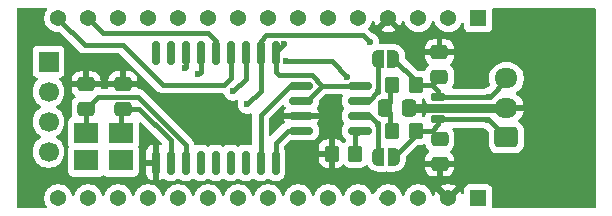
<source format=gbr>
%TF.GenerationSoftware,KiCad,Pcbnew,9.0.1*%
%TF.CreationDate,2025-04-21T23:50:01-04:00*%
%TF.ProjectId,can-nano-shield,63616e2d-6e61-46e6-9f2d-736869656c64,rev?*%
%TF.SameCoordinates,Original*%
%TF.FileFunction,Copper,L2,Bot*%
%TF.FilePolarity,Positive*%
%FSLAX46Y46*%
G04 Gerber Fmt 4.6, Leading zero omitted, Abs format (unit mm)*
G04 Created by KiCad (PCBNEW 9.0.1) date 2025-04-21 23:50:01*
%MOMM*%
%LPD*%
G01*
G04 APERTURE LIST*
G04 Aperture macros list*
%AMRoundRect*
0 Rectangle with rounded corners*
0 $1 Rounding radius*
0 $2 $3 $4 $5 $6 $7 $8 $9 X,Y pos of 4 corners*
0 Add a 4 corners polygon primitive as box body*
4,1,4,$2,$3,$4,$5,$6,$7,$8,$9,$2,$3,0*
0 Add four circle primitives for the rounded corners*
1,1,$1+$1,$2,$3*
1,1,$1+$1,$4,$5*
1,1,$1+$1,$6,$7*
1,1,$1+$1,$8,$9*
0 Add four rect primitives between the rounded corners*
20,1,$1+$1,$2,$3,$4,$5,0*
20,1,$1+$1,$4,$5,$6,$7,0*
20,1,$1+$1,$6,$7,$8,$9,0*
20,1,$1+$1,$8,$9,$2,$3,0*%
%AMFreePoly0*
4,1,23,0.500000,-0.750000,0.000000,-0.750000,0.000000,-0.745722,-0.065263,-0.745722,-0.191342,-0.711940,-0.304381,-0.646677,-0.396677,-0.554381,-0.461940,-0.441342,-0.495722,-0.315263,-0.495722,-0.250000,-0.500000,-0.250000,-0.500000,0.250000,-0.495722,0.250000,-0.495722,0.315263,-0.461940,0.441342,-0.396677,0.554381,-0.304381,0.646677,-0.191342,0.711940,-0.065263,0.745722,0.000000,0.745722,
0.000000,0.750000,0.500000,0.750000,0.500000,-0.750000,0.500000,-0.750000,$1*%
%AMFreePoly1*
4,1,23,0.000000,0.745722,0.065263,0.745722,0.191342,0.711940,0.304381,0.646677,0.396677,0.554381,0.461940,0.441342,0.495722,0.315263,0.495722,0.250000,0.500000,0.250000,0.500000,-0.250000,0.495722,-0.250000,0.495722,-0.315263,0.461940,-0.441342,0.396677,-0.554381,0.304381,-0.646677,0.191342,-0.711940,0.065263,-0.745722,0.000000,-0.745722,0.000000,-0.750000,-0.500000,-0.750000,
-0.500000,0.750000,0.000000,0.750000,0.000000,0.745722,0.000000,0.745722,$1*%
G04 Aperture macros list end*
%TA.AperFunction,ComponentPad*%
%ADD10R,1.370000X1.370000*%
%TD*%
%TA.AperFunction,ComponentPad*%
%ADD11C,1.370000*%
%TD*%
%TA.AperFunction,ComponentPad*%
%ADD12RoundRect,0.250000X0.725000X-0.600000X0.725000X0.600000X-0.725000X0.600000X-0.725000X-0.600000X0*%
%TD*%
%TA.AperFunction,ComponentPad*%
%ADD13O,1.950000X1.700000*%
%TD*%
%TA.AperFunction,SMDPad,CuDef*%
%ADD14R,2.100000X1.800000*%
%TD*%
%TA.AperFunction,SMDPad,CuDef*%
%ADD15FreePoly0,0.000000*%
%TD*%
%TA.AperFunction,SMDPad,CuDef*%
%ADD16FreePoly1,0.000000*%
%TD*%
%TA.AperFunction,SMDPad,CuDef*%
%ADD17RoundRect,0.250000X0.475000X-0.337500X0.475000X0.337500X-0.475000X0.337500X-0.475000X-0.337500X0*%
%TD*%
%TA.AperFunction,SMDPad,CuDef*%
%ADD18RoundRect,0.250000X-0.350000X-0.450000X0.350000X-0.450000X0.350000X0.450000X-0.350000X0.450000X0*%
%TD*%
%TA.AperFunction,SMDPad,CuDef*%
%ADD19RoundRect,0.162500X-0.447500X-0.162500X0.447500X-0.162500X0.447500X0.162500X-0.447500X0.162500X0*%
%TD*%
%TA.AperFunction,SMDPad,CuDef*%
%ADD20RoundRect,0.150000X-0.825000X-0.150000X0.825000X-0.150000X0.825000X0.150000X-0.825000X0.150000X0*%
%TD*%
%TA.AperFunction,SMDPad,CuDef*%
%ADD21RoundRect,0.250000X0.350000X0.450000X-0.350000X0.450000X-0.350000X-0.450000X0.350000X-0.450000X0*%
%TD*%
%TA.AperFunction,ComponentPad*%
%ADD22R,1.700000X1.700000*%
%TD*%
%TA.AperFunction,ComponentPad*%
%ADD23C,1.700000*%
%TD*%
%TA.AperFunction,SMDPad,CuDef*%
%ADD24RoundRect,0.250000X-0.337500X-0.475000X0.337500X-0.475000X0.337500X0.475000X-0.337500X0.475000X0*%
%TD*%
%TA.AperFunction,SMDPad,CuDef*%
%ADD25RoundRect,0.150000X0.150000X-0.875000X0.150000X0.875000X-0.150000X0.875000X-0.150000X-0.875000X0*%
%TD*%
%TA.AperFunction,ViaPad*%
%ADD26C,0.600000*%
%TD*%
%TA.AperFunction,Conductor*%
%ADD27C,0.400000*%
%TD*%
%TA.AperFunction,Conductor*%
%ADD28C,0.800000*%
%TD*%
%TA.AperFunction,Conductor*%
%ADD29C,0.750000*%
%TD*%
G04 APERTURE END LIST*
D10*
%TO.P,J2,01,01*%
%TO.N,/VIN*%
X151400000Y-99930000D03*
D11*
%TO.P,J2,02,02*%
%TO.N,GND*%
X148860000Y-99930000D03*
%TO.P,J2,03,03*%
%TO.N,/RST2*%
X146320000Y-99930000D03*
%TO.P,J2,04,04*%
%TO.N,+5V*%
X143780000Y-99930000D03*
%TO.P,J2,05,05*%
%TO.N,/A7*%
X141240000Y-99930000D03*
%TO.P,J2,06,06*%
%TO.N,/A6*%
X138700000Y-99930000D03*
%TO.P,J2,07,07*%
%TO.N,/A5*%
X136160000Y-99930000D03*
%TO.P,J2,08,08*%
%TO.N,/A4*%
X133620000Y-99930000D03*
%TO.P,J2,09,09*%
%TO.N,/A3*%
X131080000Y-99930000D03*
%TO.P,J2,10,10*%
%TO.N,/A2*%
X128540000Y-99930000D03*
%TO.P,J2,11,11*%
%TO.N,/A1*%
X126000000Y-99930000D03*
%TO.P,J2,12,12*%
%TO.N,/A0*%
X123460000Y-99930000D03*
%TO.P,J2,13,13*%
%TO.N,/AREF*%
X120920000Y-99930000D03*
%TO.P,J2,14,14*%
%TO.N,+3V3*%
X118380000Y-99930000D03*
%TO.P,J2,15,15*%
%TO.N,/SCK*%
X115840000Y-99930000D03*
%TD*%
D12*
%TO.P,J4,1,Pin_1*%
%TO.N,/CAN_H*%
X153790000Y-94780000D03*
D13*
%TO.P,J4,2,Pin_2*%
%TO.N,GND*%
X153790000Y-92280000D03*
%TO.P,J4,3,Pin_3*%
%TO.N,/CAN_L*%
X153790000Y-89780000D03*
%TD*%
D10*
%TO.P,J1,01,01*%
%TO.N,/D1*%
X151405000Y-84700000D03*
D11*
%TO.P,J1,02,02*%
%TO.N,/D0*%
X148865000Y-84700000D03*
%TO.P,J1,03,03*%
%TO.N,/RST1*%
X146325000Y-84700000D03*
%TO.P,J1,04,04*%
%TO.N,GND*%
X143785000Y-84700000D03*
%TO.P,J1,05,05*%
%TO.N,/CAN_INT_DEFAULT*%
X141245000Y-84700000D03*
%TO.P,J1,06,06*%
%TO.N,/CAN_CS_DEFAULT*%
X138705000Y-84700000D03*
%TO.P,J1,07,07*%
%TO.N,/D4*%
X136165000Y-84700000D03*
%TO.P,J1,08,08*%
%TO.N,/D5*%
X133625000Y-84700000D03*
%TO.P,J1,09,09*%
%TO.N,/D6*%
X131085000Y-84700000D03*
%TO.P,J1,10,10*%
%TO.N,/D7*%
X128545000Y-84700000D03*
%TO.P,J1,11,11*%
%TO.N,/D8*%
X126005000Y-84700000D03*
%TO.P,J1,12,12*%
%TO.N,/D9*%
X123465000Y-84700000D03*
%TO.P,J1,13,13*%
%TO.N,/D10*%
X120925000Y-84700000D03*
%TO.P,J1,14,14*%
%TO.N,/MOSI*%
X118385000Y-84700000D03*
%TO.P,J1,15,15*%
%TO.N,/MISO*%
X115845000Y-84700000D03*
%TD*%
D14*
%TO.P,Y1,1,1*%
%TO.N,/OSC2*%
X118225000Y-94425000D03*
%TO.P,Y1,2,2*%
%TO.N,/OSC1*%
X121125000Y-94425000D03*
%TO.P,Y1,3*%
%TO.N,N/C*%
X121125000Y-96725000D03*
%TO.P,Y1,4*%
X118225000Y-96725000D03*
%TD*%
D15*
%TO.P,JP2,1,A*%
%TO.N,/CAN_L_IN*%
X142925000Y-88125000D03*
D16*
%TO.P,JP2,2,B*%
%TO.N,/CAN_L*%
X144225000Y-88125000D03*
%TD*%
D17*
%TO.P,C4,1*%
%TO.N,GND*%
X148150000Y-97000000D03*
%TO.P,C4,2*%
%TO.N,/CAN_H*%
X148150000Y-94925000D03*
%TD*%
%TO.P,C2,1*%
%TO.N,/OSC1*%
X121325000Y-92337500D03*
%TO.P,C2,2*%
%TO.N,GND*%
X121325000Y-90262500D03*
%TD*%
D18*
%TO.P,Rt2,1*%
%TO.N,Net-(C3-Pad1)*%
X144125000Y-90325000D03*
%TO.P,Rt2,2*%
%TO.N,/CAN_L*%
X146125000Y-90325000D03*
%TD*%
D15*
%TO.P,JP1,1,A*%
%TO.N,/CAN_H_IN*%
X142950000Y-96425000D03*
D16*
%TO.P,JP1,2,B*%
%TO.N,/CAN_H*%
X144250000Y-96425000D03*
%TD*%
D19*
%TO.P,D1,1,1*%
%TO.N,/CAN_H*%
X148015000Y-93242500D03*
%TO.P,D1,2,2*%
%TO.N,/CAN_L*%
X148015000Y-91342500D03*
%TO.P,D1,3,3*%
%TO.N,GND*%
X150635000Y-92292500D03*
%TD*%
D17*
%TO.P,C1,1*%
%TO.N,/OSC2*%
X118200000Y-92362500D03*
%TO.P,C1,2*%
%TO.N,GND*%
X118200000Y-90287500D03*
%TD*%
D20*
%TO.P,U2,1,TXD*%
%TO.N,/CAN_TX*%
X136425000Y-94215000D03*
%TO.P,U2,2,GND*%
%TO.N,GND*%
X136425000Y-92945000D03*
%TO.P,U2,3,VCC*%
%TO.N,+5V*%
X136425000Y-91675000D03*
%TO.P,U2,4,RXD*%
%TO.N,/CAN_RX*%
X136425000Y-90405000D03*
%TO.P,U2,5,VIO*%
%TO.N,+5V*%
X141375000Y-90405000D03*
%TO.P,U2,6,CANL*%
%TO.N,/CAN_L_IN*%
X141375000Y-91675000D03*
%TO.P,U2,7,CANH*%
%TO.N,/CAN_H_IN*%
X141375000Y-92945000D03*
%TO.P,U2,8,S*%
%TO.N,/SILENT*%
X141375000Y-94215000D03*
%TD*%
D21*
%TO.P,R2,1*%
%TO.N,/SILENT*%
X141000000Y-96150000D03*
%TO.P,R2,2*%
%TO.N,GND*%
X139000000Y-96150000D03*
%TD*%
D22*
%TO.P,J3,1,Pin_1*%
%TO.N,/~{CAN_INT}*%
X115025000Y-88375000D03*
D23*
%TO.P,J3,2,Pin_2*%
%TO.N,/CAN_CS*%
X115025000Y-90915000D03*
%TO.P,J3,3,Pin_3*%
%TO.N,/CAN_RESET*%
X115025000Y-93455000D03*
%TO.P,J3,4,Pin_4*%
%TO.N,/SILENT*%
X115025000Y-95995000D03*
%TD*%
D24*
%TO.P,C3,1*%
%TO.N,Net-(C3-Pad1)*%
X143500000Y-92275000D03*
%TO.P,C3,2*%
%TO.N,GND*%
X145575000Y-92275000D03*
%TD*%
D21*
%TO.P,Rt1,1*%
%TO.N,/CAN_H*%
X146125000Y-94225000D03*
%TO.P,Rt1,2*%
%TO.N,Net-(C3-Pad1)*%
X144125000Y-94225000D03*
%TD*%
D25*
%TO.P,U1,1,TXCAN*%
%TO.N,/CAN_TX*%
X134250000Y-96925000D03*
%TO.P,U1,2,RXCAN*%
%TO.N,/CAN_RX*%
X132980000Y-96925000D03*
%TO.P,U1,3,CLKOUT/SOF*%
%TO.N,unconnected-(U1-CLKOUT{slash}SOF-Pad3)*%
X131710000Y-96925000D03*
%TO.P,U1,4,~{TX0RTS}*%
%TO.N,unconnected-(U1-~{TX0RTS}-Pad4)*%
X130440000Y-96925000D03*
%TO.P,U1,5,~{TX1RTS}*%
%TO.N,unconnected-(U1-~{TX1RTS}-Pad5)*%
X129170000Y-96925000D03*
%TO.P,U1,6,~{TX2RTS}*%
%TO.N,unconnected-(U1-~{TX2RTS}-Pad6)*%
X127900000Y-96925000D03*
%TO.P,U1,7,OSC2*%
%TO.N,/OSC2*%
X126630000Y-96925000D03*
%TO.P,U1,8,OSC1*%
%TO.N,/OSC1*%
X125360000Y-96925000D03*
%TO.P,U1,9,VSS*%
%TO.N,GND*%
X124090000Y-96925000D03*
%TO.P,U1,10,~{RX1BF}*%
%TO.N,unconnected-(U1-~{RX1BF}-Pad10)*%
X124090000Y-87625000D03*
%TO.P,U1,11,~{RX0BF}*%
%TO.N,unconnected-(U1-~{RX0BF}-Pad11)*%
X125360000Y-87625000D03*
%TO.P,U1,12,~{INT}*%
%TO.N,/~{CAN_INT}*%
X126630000Y-87625000D03*
%TO.P,U1,13,SCK*%
%TO.N,/SCK*%
X127900000Y-87625000D03*
%TO.P,U1,14,SI*%
%TO.N,/MOSI*%
X129170000Y-87625000D03*
%TO.P,U1,15,SO*%
%TO.N,/MISO*%
X130440000Y-87625000D03*
%TO.P,U1,16,~{CS}*%
%TO.N,/CAN_CS*%
X131710000Y-87625000D03*
%TO.P,U1,17,~{RESET}*%
%TO.N,/CAN_RESET*%
X132980000Y-87625000D03*
%TO.P,U1,18,VDD*%
%TO.N,+5V*%
X134250000Y-87625000D03*
%TD*%
D17*
%TO.P,C5,1*%
%TO.N,/CAN_L*%
X148125000Y-89650000D03*
%TO.P,C5,2*%
%TO.N,GND*%
X148125000Y-87575000D03*
%TD*%
D26*
%TO.N,GND*%
X131375000Y-95100000D03*
X135800000Y-95400000D03*
X134125000Y-93575000D03*
%TO.N,+5V*%
X134950000Y-86850000D03*
X141375000Y-90405000D03*
%TO.N,/CAN_H*%
X152195000Y-93275000D03*
%TO.N,/CAN_L*%
X152350000Y-91330000D03*
%TO.N,/SILENT*%
X141000000Y-96150000D03*
%TO.N,/CAN_CS*%
X130650000Y-90875000D03*
%TO.N,/~{CAN_INT}*%
X140325000Y-89625000D03*
X126610000Y-88875000D03*
X135150000Y-88300000D03*
%TO.N,/CAN_RESET*%
X131862500Y-91987500D03*
X142200000Y-86725000D03*
%TO.N,/SCK*%
X127700000Y-89450000D03*
%TO.N,/CAN_H_IN*%
X142950000Y-93680000D03*
%TO.N,/CAN_L_IN*%
X142880000Y-90950000D03*
%TD*%
D27*
%TO.N,Net-(C3-Pad1)*%
X144125000Y-94225000D02*
X143950000Y-94050000D01*
X143950000Y-91825000D02*
X143500000Y-92275000D01*
X144125000Y-90325000D02*
X143950000Y-90500000D01*
X143950000Y-92725000D02*
X143500000Y-92275000D01*
X143950000Y-94050000D02*
X143950000Y-92725000D01*
X143950000Y-90500000D02*
X143950000Y-91825000D01*
D28*
%TO.N,GND*%
X150635000Y-92292500D02*
X150642500Y-92300000D01*
D29*
X145575000Y-92275000D02*
X146925000Y-92275000D01*
X146925000Y-92275000D02*
X150617500Y-92275000D01*
X150642500Y-92300000D02*
X153772500Y-92300000D01*
D27*
%TO.N,+5V*%
X134250000Y-87625000D02*
X134250000Y-87550000D01*
X143153834Y-99930000D02*
X143785000Y-99930000D01*
X134525000Y-89525000D02*
X137301974Y-89525000D01*
X141375000Y-90405000D02*
X138170000Y-90405000D01*
X134250000Y-87550000D02*
X134950000Y-86850000D01*
X137301974Y-89525000D02*
X138170000Y-90393026D01*
X136911974Y-91675000D02*
X136425000Y-91675000D01*
X137800000Y-90775000D02*
X137800000Y-90786974D01*
X138170000Y-90393026D02*
X138170000Y-90405000D01*
X134250000Y-87625000D02*
X134250000Y-89250000D01*
X138170000Y-90405000D02*
X137800000Y-90775000D01*
X137800000Y-90786974D02*
X136911974Y-91675000D01*
X134250000Y-89250000D02*
X134525000Y-89525000D01*
%TO.N,/CAN_INT_DEFAULT*%
X141275000Y-84720000D02*
X141245000Y-84690000D01*
%TO.N,/CAN_H*%
X147450000Y-94225000D02*
X148150000Y-94925000D01*
X150675000Y-93242500D02*
X152215000Y-93242500D01*
X148015000Y-93242500D02*
X150675000Y-93242500D01*
X148015000Y-93242500D02*
X148015000Y-93660000D01*
X146125000Y-94550000D02*
X146125000Y-94225000D01*
X148015000Y-93660000D02*
X147450000Y-94225000D01*
X146125000Y-94225000D02*
X147450000Y-94225000D01*
X144250000Y-96425000D02*
X146125000Y-94550000D01*
X152215000Y-93242500D02*
X153772500Y-94800000D01*
%TO.N,/CAN_L*%
X148015000Y-91342500D02*
X152382500Y-91342500D01*
X152382500Y-91342500D02*
X153772500Y-89952500D01*
X153772500Y-89952500D02*
X153772500Y-89800000D01*
X146125000Y-90325000D02*
X147450000Y-90325000D01*
X146125000Y-90025000D02*
X146125000Y-90325000D01*
X148015000Y-90890000D02*
X147450000Y-90325000D01*
X147450000Y-90325000D02*
X148125000Y-89650000D01*
X144225000Y-88125000D02*
X146125000Y-90025000D01*
X148015000Y-91342500D02*
X148015000Y-90890000D01*
%TO.N,/OSC2*%
X119225000Y-91350000D02*
X122573528Y-91350000D01*
X126630000Y-95406472D02*
X126630000Y-96925000D01*
X118200000Y-92362500D02*
X118212500Y-92362500D01*
X118225000Y-92387500D02*
X118200000Y-92362500D01*
X118212500Y-92362500D02*
X119225000Y-91350000D01*
X118225000Y-94425000D02*
X118225000Y-92387500D01*
X122573528Y-91350000D02*
X126630000Y-95406472D01*
%TO.N,/OSC1*%
X121125000Y-94425000D02*
X121125000Y-92537500D01*
X122712500Y-92337500D02*
X125360000Y-94985000D01*
X121325000Y-92337500D02*
X122712500Y-92337500D01*
X125360000Y-94985000D02*
X125360000Y-96925000D01*
X121125000Y-92537500D02*
X121325000Y-92337500D01*
%TO.N,/SILENT*%
X141000000Y-96150000D02*
X141000000Y-94590000D01*
X141000000Y-94590000D02*
X141375000Y-94215000D01*
%TO.N,/CAN_CS*%
X130650000Y-90875000D02*
X131710000Y-89815000D01*
X131710000Y-89815000D02*
X131710000Y-87625000D01*
%TO.N,/~{CAN_INT}*%
X139000000Y-88300000D02*
X140325000Y-89625000D01*
X135150000Y-88300000D02*
X139000000Y-88300000D01*
X126630000Y-88855000D02*
X126630000Y-87625000D01*
X126610000Y-88875000D02*
X126630000Y-88855000D01*
%TO.N,/CAN_RESET*%
X132980000Y-86600001D02*
X132980000Y-87625000D01*
X141625000Y-86150000D02*
X133430001Y-86150000D01*
X131862500Y-91987500D02*
X132980000Y-90870000D01*
X132980000Y-90870000D02*
X132980000Y-87625000D01*
X142200000Y-86725000D02*
X141625000Y-86150000D01*
X133430001Y-86150000D02*
X132980000Y-86600001D01*
%TO.N,/CAN_RX*%
X132980000Y-92875001D02*
X135450001Y-90405000D01*
X132980000Y-96925000D02*
X132980000Y-92875001D01*
X135450001Y-90405000D02*
X136425000Y-90405000D01*
%TO.N,/MISO*%
X115845000Y-84720000D02*
X118100000Y-86975000D01*
X124725000Y-90350000D02*
X129875000Y-90350000D01*
X115845000Y-84690000D02*
X115845000Y-84720000D01*
X129875000Y-90350000D02*
X130440000Y-89785000D01*
X130440000Y-89785000D02*
X130440000Y-87625000D01*
X121350000Y-86975000D02*
X124725000Y-90350000D01*
X118100000Y-86975000D02*
X121350000Y-86975000D01*
%TO.N,/SCK*%
X127900000Y-89250000D02*
X127900000Y-87625000D01*
X127700000Y-89450000D02*
X127900000Y-89250000D01*
%TO.N,/MOSI*%
X119635000Y-85940000D02*
X118385000Y-84690000D01*
X128509999Y-85940000D02*
X119635000Y-85940000D01*
X129170000Y-86600001D02*
X128509999Y-85940000D01*
X129170000Y-87625000D02*
X129170000Y-86600001D01*
%TO.N,/CAN_TX*%
X135285000Y-94215000D02*
X136425000Y-94215000D01*
X134250000Y-96925000D02*
X134250000Y-95250000D01*
X134250000Y-95250000D02*
X135285000Y-94215000D01*
%TO.N,/CAN_H_IN*%
X142950000Y-96425000D02*
X142950000Y-93680000D01*
X142950000Y-93680000D02*
X142950000Y-93650000D01*
X142245000Y-92945000D02*
X141375000Y-92945000D01*
X142950000Y-93650000D02*
X142245000Y-92945000D01*
%TO.N,/CAN_L_IN*%
X141375000Y-91675000D02*
X142125000Y-91675000D01*
X142125000Y-91675000D02*
X142925000Y-90875000D01*
X142925000Y-90875000D02*
X142925000Y-88125000D01*
%TD*%
%TA.AperFunction,Conductor*%
%TO.N,GND*%
G36*
X114856841Y-83820185D02*
G01*
X114902596Y-83872989D01*
X114912540Y-83942147D01*
X114890120Y-83997386D01*
X114831069Y-84078661D01*
X114746354Y-84244925D01*
X114746352Y-84244928D01*
X114688691Y-84422390D01*
X114688691Y-84422393D01*
X114659500Y-84606699D01*
X114659500Y-84793300D01*
X114688691Y-84977606D01*
X114688691Y-84977609D01*
X114746352Y-85155071D01*
X114746354Y-85155074D01*
X114831069Y-85321338D01*
X114940751Y-85472302D01*
X115072698Y-85604249D01*
X115223662Y-85713931D01*
X115389926Y-85798646D01*
X115389928Y-85798647D01*
X115567391Y-85856308D01*
X115567392Y-85856308D01*
X115567395Y-85856309D01*
X115751699Y-85885500D01*
X115751700Y-85885500D01*
X115938300Y-85885500D01*
X115938301Y-85885500D01*
X115946285Y-85884235D01*
X116015578Y-85893186D01*
X116053369Y-85919026D01*
X117653453Y-87519111D01*
X117653454Y-87519112D01*
X117768192Y-87595777D01*
X117895667Y-87648578D01*
X117895672Y-87648580D01*
X117895676Y-87648580D01*
X117895677Y-87648581D01*
X118031003Y-87675500D01*
X118031006Y-87675500D01*
X118031007Y-87675500D01*
X121008481Y-87675500D01*
X121075520Y-87695185D01*
X121096162Y-87711819D01*
X124278453Y-90894111D01*
X124278454Y-90894112D01*
X124393192Y-90970777D01*
X124515134Y-91021286D01*
X124520672Y-91023580D01*
X124520676Y-91023580D01*
X124520677Y-91023581D01*
X124656003Y-91050500D01*
X124656006Y-91050500D01*
X124656007Y-91050500D01*
X129773386Y-91050500D01*
X129840425Y-91070185D01*
X129886180Y-91122989D01*
X129887947Y-91127048D01*
X129940602Y-91254172D01*
X129940609Y-91254185D01*
X130028210Y-91385288D01*
X130028213Y-91385292D01*
X130139707Y-91496786D01*
X130139711Y-91496789D01*
X130270814Y-91584390D01*
X130270827Y-91584397D01*
X130416498Y-91644735D01*
X130416503Y-91644737D01*
X130571153Y-91675499D01*
X130571156Y-91675500D01*
X130571158Y-91675500D01*
X130728844Y-91675500D01*
X130728845Y-91675499D01*
X130883497Y-91644737D01*
X130920910Y-91629239D01*
X130990378Y-91621771D01*
X131052857Y-91653046D01*
X131088510Y-91713134D01*
X131089979Y-91767992D01*
X131062000Y-91908653D01*
X131062000Y-92066346D01*
X131092761Y-92220989D01*
X131092764Y-92221001D01*
X131153102Y-92366672D01*
X131153109Y-92366685D01*
X131240710Y-92497788D01*
X131240713Y-92497792D01*
X131352207Y-92609286D01*
X131352211Y-92609289D01*
X131483314Y-92696890D01*
X131483327Y-92696897D01*
X131623602Y-92755000D01*
X131629003Y-92757237D01*
X131723577Y-92776049D01*
X131783653Y-92787999D01*
X131783656Y-92788000D01*
X131783658Y-92788000D01*
X131941344Y-92788000D01*
X131941345Y-92787999D01*
X132095997Y-92757237D01*
X132108047Y-92752245D01*
X132177513Y-92744776D01*
X132239993Y-92776049D01*
X132275647Y-92836137D01*
X132279500Y-92866806D01*
X132279500Y-95329326D01*
X132259815Y-95396365D01*
X132207011Y-95442120D01*
X132137853Y-95452064D01*
X132120905Y-95448402D01*
X131962573Y-95402402D01*
X131962567Y-95402401D01*
X131925701Y-95399500D01*
X131925694Y-95399500D01*
X131494306Y-95399500D01*
X131494298Y-95399500D01*
X131457432Y-95402401D01*
X131457426Y-95402402D01*
X131299606Y-95448254D01*
X131299603Y-95448255D01*
X131158137Y-95531917D01*
X131151969Y-95536702D01*
X131150072Y-95534256D01*
X131101358Y-95560857D01*
X131031666Y-95555873D01*
X130999296Y-95535069D01*
X130998031Y-95536702D01*
X130991862Y-95531917D01*
X130859282Y-95453510D01*
X130850398Y-95448256D01*
X130850397Y-95448255D01*
X130850396Y-95448255D01*
X130850393Y-95448254D01*
X130692573Y-95402402D01*
X130692567Y-95402401D01*
X130655701Y-95399500D01*
X130655694Y-95399500D01*
X130224306Y-95399500D01*
X130224298Y-95399500D01*
X130187432Y-95402401D01*
X130187426Y-95402402D01*
X130029606Y-95448254D01*
X130029603Y-95448255D01*
X129888137Y-95531917D01*
X129881969Y-95536702D01*
X129880072Y-95534256D01*
X129831358Y-95560857D01*
X129761666Y-95555873D01*
X129729296Y-95535069D01*
X129728031Y-95536702D01*
X129721862Y-95531917D01*
X129589282Y-95453510D01*
X129580398Y-95448256D01*
X129580397Y-95448255D01*
X129580396Y-95448255D01*
X129580393Y-95448254D01*
X129422573Y-95402402D01*
X129422567Y-95402401D01*
X129385701Y-95399500D01*
X129385694Y-95399500D01*
X128954306Y-95399500D01*
X128954298Y-95399500D01*
X128917432Y-95402401D01*
X128917426Y-95402402D01*
X128759606Y-95448254D01*
X128759603Y-95448255D01*
X128618137Y-95531917D01*
X128611969Y-95536702D01*
X128610072Y-95534256D01*
X128561358Y-95560857D01*
X128491666Y-95555873D01*
X128459296Y-95535069D01*
X128458031Y-95536702D01*
X128451862Y-95531917D01*
X128319282Y-95453510D01*
X128310398Y-95448256D01*
X128310397Y-95448255D01*
X128310396Y-95448255D01*
X128310393Y-95448254D01*
X128152573Y-95402402D01*
X128152567Y-95402401D01*
X128115701Y-95399500D01*
X128115694Y-95399500D01*
X127684306Y-95399500D01*
X127684298Y-95399500D01*
X127647432Y-95402401D01*
X127488896Y-95448460D01*
X127472440Y-95448412D01*
X127456748Y-95453359D01*
X127438225Y-95448314D01*
X127419027Y-95448260D01*
X127405210Y-95439324D01*
X127389333Y-95435001D01*
X127376476Y-95420741D01*
X127360357Y-95410317D01*
X127353138Y-95394857D01*
X127342546Y-95383109D01*
X127334885Y-95355764D01*
X127331936Y-95349448D01*
X127330500Y-95340690D01*
X127330500Y-95337479D01*
X127327918Y-95324501D01*
X127303580Y-95202144D01*
X127303232Y-95201304D01*
X127250777Y-95074664D01*
X127174112Y-94959926D01*
X123020073Y-90805887D01*
X122905335Y-90729222D01*
X122777860Y-90676421D01*
X122777850Y-90676418D01*
X122649808Y-90650948D01*
X122587897Y-90618562D01*
X122553323Y-90557846D01*
X122550000Y-90529331D01*
X122550000Y-90512500D01*
X120100001Y-90512500D01*
X120100001Y-90525500D01*
X120080316Y-90592539D01*
X120027512Y-90638294D01*
X119976001Y-90649500D01*
X119549000Y-90649500D01*
X119481961Y-90629815D01*
X119436206Y-90577011D01*
X119428336Y-90540836D01*
X119425000Y-90537500D01*
X116975001Y-90537500D01*
X116975001Y-90674986D01*
X116985494Y-90777697D01*
X117040641Y-90944119D01*
X117040643Y-90944124D01*
X117132684Y-91093345D01*
X117256655Y-91217316D01*
X117256659Y-91217319D01*
X117259656Y-91219168D01*
X117261279Y-91220972D01*
X117262323Y-91221798D01*
X117262181Y-91221976D01*
X117306381Y-91271116D01*
X117317602Y-91340079D01*
X117289759Y-91404161D01*
X117259661Y-91430241D01*
X117256349Y-91432283D01*
X117256343Y-91432288D01*
X117132289Y-91556342D01*
X117040187Y-91705663D01*
X117040186Y-91705666D01*
X116985001Y-91872203D01*
X116985001Y-91872204D01*
X116985000Y-91872204D01*
X116974500Y-91974983D01*
X116974500Y-92750001D01*
X116974501Y-92750019D01*
X116985000Y-92852796D01*
X116985001Y-92852800D01*
X117009019Y-92925280D01*
X117011421Y-92995109D01*
X116975689Y-93055150D01*
X116940421Y-93076906D01*
X116940449Y-93076956D01*
X116939511Y-93077467D01*
X116934658Y-93080462D01*
X116932667Y-93081204D01*
X116932665Y-93081205D01*
X116817455Y-93167452D01*
X116817452Y-93167455D01*
X116731206Y-93282664D01*
X116731202Y-93282671D01*
X116680908Y-93417517D01*
X116674501Y-93477116D01*
X116674500Y-93477135D01*
X116674500Y-95372870D01*
X116674501Y-95372876D01*
X116680909Y-95432484D01*
X116717901Y-95531668D01*
X116722885Y-95601360D01*
X116717901Y-95618332D01*
X116680909Y-95717514D01*
X116680908Y-95717516D01*
X116674501Y-95777116D01*
X116674501Y-95777123D01*
X116674500Y-95777135D01*
X116674500Y-97672870D01*
X116674501Y-97672876D01*
X116680908Y-97732483D01*
X116731202Y-97867328D01*
X116731206Y-97867335D01*
X116817452Y-97982544D01*
X116817455Y-97982547D01*
X116932664Y-98068793D01*
X116932671Y-98068797D01*
X117067517Y-98119091D01*
X117067516Y-98119091D01*
X117074444Y-98119835D01*
X117127127Y-98125500D01*
X119322872Y-98125499D01*
X119382483Y-98119091D01*
X119517331Y-98068796D01*
X119600689Y-98006393D01*
X119666153Y-97981977D01*
X119734426Y-97996828D01*
X119749311Y-98006394D01*
X119832669Y-98068796D01*
X119832671Y-98068797D01*
X119967517Y-98119091D01*
X119967516Y-98119091D01*
X119974444Y-98119835D01*
X120027127Y-98125500D01*
X122222872Y-98125499D01*
X122282483Y-98119091D01*
X122417331Y-98068796D01*
X122532546Y-97982546D01*
X122618796Y-97867331D01*
X122619423Y-97865649D01*
X123290000Y-97865649D01*
X123292899Y-97902489D01*
X123292900Y-97902495D01*
X123338716Y-98060193D01*
X123338717Y-98060196D01*
X123422314Y-98201552D01*
X123422321Y-98201561D01*
X123538438Y-98317678D01*
X123538447Y-98317685D01*
X123679801Y-98401281D01*
X123837514Y-98447100D01*
X123837511Y-98447100D01*
X123839998Y-98447295D01*
X123840000Y-98447295D01*
X123840000Y-97175000D01*
X123290000Y-97175000D01*
X123290000Y-97865649D01*
X122619423Y-97865649D01*
X122669091Y-97732483D01*
X122675500Y-97672873D01*
X122675499Y-96702820D01*
X122675499Y-95984350D01*
X123290000Y-95984350D01*
X123290000Y-96675000D01*
X123840000Y-96675000D01*
X123840000Y-95402703D01*
X123837503Y-95402900D01*
X123679806Y-95448716D01*
X123679803Y-95448717D01*
X123538447Y-95532314D01*
X123538438Y-95532321D01*
X123422321Y-95648438D01*
X123422314Y-95648447D01*
X123338717Y-95789803D01*
X123338716Y-95789806D01*
X123292900Y-95947504D01*
X123292899Y-95947510D01*
X123290000Y-95984350D01*
X122675499Y-95984350D01*
X122675499Y-95981923D01*
X122675499Y-95777129D01*
X122675498Y-95777123D01*
X122675497Y-95777116D01*
X122669091Y-95717517D01*
X122632096Y-95618330D01*
X122627113Y-95548642D01*
X122632092Y-95531680D01*
X122669091Y-95432483D01*
X122675500Y-95372873D01*
X122675499Y-93590516D01*
X122695184Y-93523478D01*
X122747987Y-93477723D01*
X122817146Y-93467779D01*
X122880702Y-93496804D01*
X122887168Y-93502825D01*
X123652503Y-94268159D01*
X124623181Y-95238837D01*
X124637884Y-95265764D01*
X124654477Y-95291583D01*
X124655368Y-95297783D01*
X124656666Y-95300160D01*
X124659500Y-95326518D01*
X124659500Y-95329846D01*
X124639815Y-95396885D01*
X124587011Y-95442640D01*
X124517853Y-95452584D01*
X124500906Y-95448923D01*
X124342492Y-95402900D01*
X124340000Y-95402703D01*
X124340000Y-98447295D01*
X124340001Y-98447295D01*
X124342486Y-98447100D01*
X124500198Y-98401281D01*
X124641550Y-98317686D01*
X124647717Y-98312903D01*
X124649630Y-98315369D01*
X124698222Y-98288802D01*
X124767917Y-98293749D01*
X124800762Y-98314853D01*
X124801969Y-98313298D01*
X124808132Y-98318078D01*
X124808135Y-98318081D01*
X124949602Y-98401744D01*
X124991224Y-98413836D01*
X125107426Y-98447597D01*
X125107429Y-98447597D01*
X125107431Y-98447598D01*
X125144306Y-98450500D01*
X125144314Y-98450500D01*
X125575686Y-98450500D01*
X125575694Y-98450500D01*
X125612569Y-98447598D01*
X125612571Y-98447597D01*
X125612573Y-98447597D01*
X125654191Y-98435505D01*
X125770398Y-98401744D01*
X125911865Y-98318081D01*
X125911870Y-98318075D01*
X125918031Y-98313298D01*
X125919933Y-98315750D01*
X125968579Y-98289155D01*
X126038274Y-98294104D01*
X126070695Y-98314940D01*
X126071969Y-98313298D01*
X126078132Y-98318078D01*
X126078135Y-98318081D01*
X126219602Y-98401744D01*
X126261224Y-98413836D01*
X126377426Y-98447597D01*
X126377429Y-98447597D01*
X126377431Y-98447598D01*
X126414306Y-98450500D01*
X126414314Y-98450500D01*
X126845686Y-98450500D01*
X126845694Y-98450500D01*
X126882569Y-98447598D01*
X126882571Y-98447597D01*
X126882573Y-98447597D01*
X126924191Y-98435505D01*
X127040398Y-98401744D01*
X127181865Y-98318081D01*
X127181870Y-98318075D01*
X127188031Y-98313298D01*
X127189933Y-98315750D01*
X127238579Y-98289155D01*
X127308274Y-98294104D01*
X127340695Y-98314940D01*
X127341969Y-98313298D01*
X127348132Y-98318078D01*
X127348135Y-98318081D01*
X127489602Y-98401744D01*
X127531224Y-98413836D01*
X127647426Y-98447597D01*
X127647429Y-98447597D01*
X127647431Y-98447598D01*
X127684306Y-98450500D01*
X127684314Y-98450500D01*
X128115686Y-98450500D01*
X128115694Y-98450500D01*
X128152569Y-98447598D01*
X128152571Y-98447597D01*
X128152573Y-98447597D01*
X128194191Y-98435505D01*
X128310398Y-98401744D01*
X128451865Y-98318081D01*
X128451870Y-98318075D01*
X128458031Y-98313298D01*
X128459933Y-98315750D01*
X128508579Y-98289155D01*
X128578274Y-98294104D01*
X128610695Y-98314940D01*
X128611969Y-98313298D01*
X128618132Y-98318078D01*
X128618135Y-98318081D01*
X128759602Y-98401744D01*
X128801224Y-98413836D01*
X128917426Y-98447597D01*
X128917429Y-98447597D01*
X128917431Y-98447598D01*
X128954306Y-98450500D01*
X128954314Y-98450500D01*
X129385686Y-98450500D01*
X129385694Y-98450500D01*
X129422569Y-98447598D01*
X129422571Y-98447597D01*
X129422573Y-98447597D01*
X129464191Y-98435505D01*
X129580398Y-98401744D01*
X129721865Y-98318081D01*
X129721870Y-98318075D01*
X129728031Y-98313298D01*
X129729933Y-98315750D01*
X129778579Y-98289155D01*
X129848274Y-98294104D01*
X129880695Y-98314940D01*
X129881969Y-98313298D01*
X129888132Y-98318078D01*
X129888135Y-98318081D01*
X130029602Y-98401744D01*
X130071224Y-98413836D01*
X130187426Y-98447597D01*
X130187429Y-98447597D01*
X130187431Y-98447598D01*
X130224306Y-98450500D01*
X130224314Y-98450500D01*
X130655686Y-98450500D01*
X130655694Y-98450500D01*
X130692569Y-98447598D01*
X130692571Y-98447597D01*
X130692573Y-98447597D01*
X130734191Y-98435505D01*
X130850398Y-98401744D01*
X130991865Y-98318081D01*
X130991870Y-98318075D01*
X130998031Y-98313298D01*
X130999933Y-98315750D01*
X131048579Y-98289155D01*
X131118274Y-98294104D01*
X131150695Y-98314940D01*
X131151969Y-98313298D01*
X131158132Y-98318078D01*
X131158135Y-98318081D01*
X131299602Y-98401744D01*
X131341224Y-98413836D01*
X131457426Y-98447597D01*
X131457429Y-98447597D01*
X131457431Y-98447598D01*
X131494306Y-98450500D01*
X131494314Y-98450500D01*
X131925686Y-98450500D01*
X131925694Y-98450500D01*
X131962569Y-98447598D01*
X131962571Y-98447597D01*
X131962573Y-98447597D01*
X132004191Y-98435505D01*
X132120398Y-98401744D01*
X132261865Y-98318081D01*
X132261870Y-98318075D01*
X132268031Y-98313298D01*
X132269933Y-98315750D01*
X132318579Y-98289155D01*
X132388274Y-98294104D01*
X132420695Y-98314940D01*
X132421969Y-98313298D01*
X132428132Y-98318078D01*
X132428135Y-98318081D01*
X132569602Y-98401744D01*
X132611224Y-98413836D01*
X132727426Y-98447597D01*
X132727429Y-98447597D01*
X132727431Y-98447598D01*
X132764306Y-98450500D01*
X132764314Y-98450500D01*
X133195686Y-98450500D01*
X133195694Y-98450500D01*
X133232569Y-98447598D01*
X133232571Y-98447597D01*
X133232573Y-98447597D01*
X133274191Y-98435505D01*
X133390398Y-98401744D01*
X133531865Y-98318081D01*
X133531870Y-98318075D01*
X133538031Y-98313298D01*
X133539933Y-98315750D01*
X133588579Y-98289155D01*
X133658274Y-98294104D01*
X133690695Y-98314940D01*
X133691969Y-98313298D01*
X133698132Y-98318078D01*
X133698135Y-98318081D01*
X133839602Y-98401744D01*
X133881224Y-98413836D01*
X133997426Y-98447597D01*
X133997429Y-98447597D01*
X133997431Y-98447598D01*
X134034306Y-98450500D01*
X134034314Y-98450500D01*
X134465686Y-98450500D01*
X134465694Y-98450500D01*
X134502569Y-98447598D01*
X134502571Y-98447597D01*
X134502573Y-98447597D01*
X134544191Y-98435505D01*
X134660398Y-98401744D01*
X134801865Y-98318081D01*
X134918081Y-98201865D01*
X135001744Y-98060398D01*
X135047598Y-97902569D01*
X135050500Y-97865694D01*
X135050500Y-96649986D01*
X137900001Y-96649986D01*
X137910494Y-96752697D01*
X137965641Y-96919119D01*
X137965643Y-96919124D01*
X138057684Y-97068345D01*
X138181654Y-97192315D01*
X138330875Y-97284356D01*
X138330880Y-97284358D01*
X138497302Y-97339505D01*
X138497309Y-97339506D01*
X138600019Y-97349999D01*
X138749999Y-97349999D01*
X138750000Y-97349998D01*
X138750000Y-96400000D01*
X137900001Y-96400000D01*
X137900001Y-96649986D01*
X135050500Y-96649986D01*
X135050500Y-95984306D01*
X135047598Y-95947431D01*
X135036490Y-95909199D01*
X135001745Y-95789606D01*
X135001744Y-95789602D01*
X134992170Y-95773413D01*
X134967768Y-95732150D01*
X134963418Y-95716250D01*
X134955523Y-95703965D01*
X134950500Y-95669030D01*
X134950500Y-95650013D01*
X137900000Y-95650013D01*
X137900000Y-95900000D01*
X138750000Y-95900000D01*
X138750000Y-94950000D01*
X138600027Y-94950000D01*
X138600012Y-94950001D01*
X138497302Y-94960494D01*
X138330880Y-95015641D01*
X138330875Y-95015643D01*
X138181654Y-95107684D01*
X138057684Y-95231654D01*
X137965643Y-95380875D01*
X137965641Y-95380880D01*
X137910494Y-95547302D01*
X137910493Y-95547309D01*
X137900000Y-95650013D01*
X134950500Y-95650013D01*
X134950500Y-95591518D01*
X134970185Y-95524479D01*
X134986815Y-95503841D01*
X135439051Y-95051604D01*
X135500372Y-95018121D01*
X135531844Y-95016003D01*
X135531868Y-95015404D01*
X135534298Y-95015499D01*
X135534306Y-95015500D01*
X135534314Y-95015500D01*
X137315686Y-95015500D01*
X137315694Y-95015500D01*
X137352569Y-95012598D01*
X137352571Y-95012597D01*
X137352573Y-95012597D01*
X137394191Y-95000505D01*
X137510398Y-94966744D01*
X137651865Y-94883081D01*
X137768081Y-94766865D01*
X137851744Y-94625398D01*
X137897598Y-94467569D01*
X137900500Y-94430694D01*
X137900500Y-93999306D01*
X137897598Y-93962431D01*
X137851744Y-93804602D01*
X137768081Y-93663135D01*
X137768078Y-93663132D01*
X137763298Y-93656969D01*
X137765635Y-93655155D01*
X137738798Y-93606050D01*
X137743756Y-93536356D01*
X137764554Y-93503998D01*
X137762903Y-93502717D01*
X137767686Y-93496550D01*
X137851281Y-93355198D01*
X137897100Y-93197486D01*
X137897295Y-93195001D01*
X137897295Y-93195000D01*
X134952705Y-93195000D01*
X134952704Y-93195001D01*
X134952899Y-93197486D01*
X134998718Y-93355198D01*
X135030564Y-93409047D01*
X135047747Y-93476771D01*
X135025587Y-93543034D01*
X134971286Y-93586729D01*
X134953189Y-93594224D01*
X134838454Y-93670887D01*
X134838453Y-93670888D01*
X133892181Y-94617161D01*
X133830858Y-94650646D01*
X133761166Y-94645662D01*
X133705233Y-94603790D01*
X133680816Y-94538326D01*
X133680500Y-94529480D01*
X133680500Y-93216519D01*
X133700185Y-93149480D01*
X133716814Y-93128843D01*
X134797355Y-92048301D01*
X134818323Y-92036852D01*
X134836831Y-92021737D01*
X134848429Y-92020412D01*
X134858676Y-92014818D01*
X134882508Y-92016522D01*
X134906250Y-92013812D01*
X134916723Y-92018969D01*
X134928368Y-92019802D01*
X134947496Y-92034121D01*
X134968933Y-92044677D01*
X134977281Y-92056419D01*
X134984301Y-92061674D01*
X134991259Y-92072013D01*
X134997264Y-92081984D01*
X134998256Y-92085398D01*
X135081919Y-92226865D01*
X135088446Y-92233392D01*
X135096269Y-92246382D01*
X135101440Y-92266103D01*
X135111210Y-92283995D01*
X135110121Y-92299210D01*
X135113991Y-92313966D01*
X135107680Y-92333350D01*
X135106226Y-92353687D01*
X135095743Y-92370017D01*
X135092362Y-92380404D01*
X135085477Y-92386026D01*
X135087097Y-92387283D01*
X135082313Y-92393449D01*
X134998718Y-92534801D01*
X134952899Y-92692513D01*
X134952704Y-92694998D01*
X134952705Y-92695000D01*
X137897295Y-92695000D01*
X137897295Y-92694998D01*
X137897100Y-92692513D01*
X137851281Y-92534801D01*
X137767685Y-92393447D01*
X137762900Y-92387278D01*
X137765366Y-92385364D01*
X137738802Y-92336776D01*
X137743749Y-92267082D01*
X137764856Y-92234232D01*
X137763301Y-92233026D01*
X137768077Y-92226868D01*
X137768081Y-92226865D01*
X137851744Y-92085398D01*
X137887051Y-91963873D01*
X137897597Y-91927573D01*
X137897598Y-91927567D01*
X137898438Y-91916891D01*
X137900500Y-91890694D01*
X137900500Y-91728492D01*
X137920185Y-91661453D01*
X137936819Y-91640811D01*
X138118332Y-91459298D01*
X138344113Y-91233517D01*
X138345633Y-91231243D01*
X138361437Y-91207588D01*
X138376860Y-91188796D01*
X138423841Y-91141817D01*
X138485164Y-91108333D01*
X138511520Y-91105500D01*
X139829327Y-91105500D01*
X139896366Y-91125185D01*
X139942121Y-91177989D01*
X139952065Y-91247147D01*
X139948403Y-91264095D01*
X139902402Y-91422426D01*
X139902401Y-91422432D01*
X139899500Y-91459298D01*
X139899500Y-91890701D01*
X139902401Y-91927567D01*
X139902402Y-91927573D01*
X139948254Y-92085393D01*
X139948255Y-92085396D01*
X139948256Y-92085398D01*
X139980640Y-92140157D01*
X140031917Y-92226862D01*
X140036702Y-92233031D01*
X140034256Y-92234927D01*
X140060857Y-92283642D01*
X140055873Y-92353334D01*
X140035069Y-92385703D01*
X140036702Y-92386969D01*
X140031917Y-92393137D01*
X139948255Y-92534603D01*
X139948254Y-92534606D01*
X139902402Y-92692426D01*
X139902401Y-92692432D01*
X139899500Y-92729298D01*
X139899500Y-93160701D01*
X139902401Y-93197567D01*
X139902402Y-93197573D01*
X139948254Y-93355393D01*
X139948255Y-93355396D01*
X140031917Y-93496862D01*
X140036702Y-93503031D01*
X140034256Y-93504927D01*
X140060857Y-93553642D01*
X140055873Y-93623334D01*
X140035069Y-93655703D01*
X140036702Y-93656969D01*
X140031917Y-93663137D01*
X139948255Y-93804603D01*
X139948254Y-93804606D01*
X139902402Y-93962426D01*
X139902401Y-93962432D01*
X139899500Y-93999298D01*
X139899500Y-94430701D01*
X139902401Y-94467567D01*
X139902402Y-94467573D01*
X139948254Y-94625393D01*
X139948255Y-94625396D01*
X140031917Y-94766862D01*
X140031923Y-94766870D01*
X140148129Y-94883076D01*
X140148132Y-94883078D01*
X140148135Y-94883081D01*
X140173959Y-94898353D01*
X140221642Y-94949421D01*
X140234146Y-95018162D01*
X140207501Y-95082752D01*
X140197454Y-95093819D01*
X140187623Y-95103414D01*
X140181344Y-95107288D01*
X140086806Y-95201825D01*
X140086262Y-95202357D01*
X140056007Y-95218406D01*
X140026003Y-95234789D01*
X140025227Y-95234733D01*
X140024539Y-95235099D01*
X139990431Y-95232245D01*
X139956312Y-95229805D01*
X139955569Y-95229328D01*
X139954912Y-95229273D01*
X139951968Y-95227013D01*
X139911965Y-95201304D01*
X139818345Y-95107684D01*
X139669124Y-95015643D01*
X139669119Y-95015641D01*
X139502697Y-94960494D01*
X139502690Y-94960493D01*
X139399986Y-94950000D01*
X139250000Y-94950000D01*
X139250000Y-97349999D01*
X139399972Y-97349999D01*
X139399986Y-97349998D01*
X139502697Y-97339505D01*
X139669119Y-97284358D01*
X139669124Y-97284356D01*
X139818342Y-97192317D01*
X139911964Y-97098695D01*
X139973287Y-97065210D01*
X140042979Y-97070194D01*
X140087327Y-97098695D01*
X140181344Y-97192712D01*
X140330666Y-97284814D01*
X140497203Y-97339999D01*
X140599991Y-97350500D01*
X141400008Y-97350499D01*
X141400016Y-97350498D01*
X141400019Y-97350498D01*
X141456302Y-97344748D01*
X141502797Y-97339999D01*
X141669334Y-97284814D01*
X141818656Y-97192712D01*
X141875052Y-97136315D01*
X141936371Y-97102833D01*
X142006063Y-97107817D01*
X142061997Y-97149688D01*
X142070116Y-97161998D01*
X142112117Y-97234744D01*
X142112124Y-97234756D01*
X142112132Y-97234767D01*
X142171585Y-97312246D01*
X142192459Y-97339449D01*
X142285551Y-97432541D01*
X142285555Y-97432544D01*
X142390232Y-97512867D01*
X142390236Y-97512869D01*
X142390243Y-97512875D01*
X142390250Y-97512879D01*
X142504248Y-97578696D01*
X142504249Y-97578697D01*
X142504252Y-97578698D01*
X142504257Y-97578701D01*
X142626171Y-97629200D01*
X142753338Y-97663275D01*
X142884174Y-97680500D01*
X142884181Y-97680500D01*
X143450000Y-97680500D01*
X143521940Y-97675355D01*
X143559259Y-97664396D01*
X143611841Y-97660636D01*
X143750000Y-97680500D01*
X143750003Y-97680500D01*
X144315819Y-97680500D01*
X144315826Y-97680500D01*
X144446662Y-97663275D01*
X144573829Y-97629200D01*
X144695743Y-97578701D01*
X144809757Y-97512875D01*
X144914449Y-97432541D01*
X144959504Y-97387486D01*
X146925001Y-97387486D01*
X146935494Y-97490197D01*
X146990641Y-97656619D01*
X146990643Y-97656624D01*
X147082684Y-97805845D01*
X147206654Y-97929815D01*
X147355875Y-98021856D01*
X147355880Y-98021858D01*
X147522302Y-98077005D01*
X147522309Y-98077006D01*
X147625019Y-98087499D01*
X147899999Y-98087499D01*
X148400000Y-98087499D01*
X148674972Y-98087499D01*
X148674986Y-98087498D01*
X148777697Y-98077005D01*
X148944119Y-98021858D01*
X148944124Y-98021856D01*
X149093345Y-97929815D01*
X149217315Y-97805845D01*
X149309356Y-97656624D01*
X149309358Y-97656619D01*
X149364505Y-97490197D01*
X149364506Y-97490190D01*
X149374999Y-97387486D01*
X149375000Y-97387473D01*
X149375000Y-97250000D01*
X148400000Y-97250000D01*
X148400000Y-98087499D01*
X147899999Y-98087499D01*
X147900000Y-98087498D01*
X147900000Y-97250000D01*
X146925001Y-97250000D01*
X146925001Y-97387486D01*
X144959504Y-97387486D01*
X145007541Y-97339449D01*
X145087875Y-97234757D01*
X145153701Y-97120743D01*
X145204200Y-96998829D01*
X145238275Y-96871662D01*
X145255500Y-96740826D01*
X145255500Y-96461517D01*
X145275185Y-96394478D01*
X145291815Y-96373840D01*
X146203837Y-95461817D01*
X146265160Y-95428333D01*
X146291518Y-95425499D01*
X146525002Y-95425499D01*
X146525008Y-95425499D01*
X146627797Y-95414999D01*
X146786814Y-95362305D01*
X146856637Y-95359904D01*
X146916680Y-95395635D01*
X146943520Y-95441007D01*
X146955310Y-95476585D01*
X146990186Y-95581834D01*
X147082288Y-95731156D01*
X147206344Y-95855212D01*
X147209628Y-95857237D01*
X147209653Y-95857253D01*
X147211445Y-95859246D01*
X147212011Y-95859693D01*
X147211934Y-95859789D01*
X147256379Y-95909199D01*
X147267603Y-95978161D01*
X147239761Y-96042244D01*
X147209665Y-96068326D01*
X147206660Y-96070179D01*
X147206655Y-96070183D01*
X147082684Y-96194154D01*
X146990643Y-96343375D01*
X146990641Y-96343380D01*
X146935494Y-96509802D01*
X146935493Y-96509809D01*
X146925000Y-96612513D01*
X146925000Y-96750000D01*
X149374999Y-96750000D01*
X149374999Y-96612528D01*
X149374998Y-96612513D01*
X149364505Y-96509802D01*
X149309358Y-96343380D01*
X149309356Y-96343375D01*
X149217315Y-96194154D01*
X149093344Y-96070183D01*
X149093341Y-96070181D01*
X149090339Y-96068329D01*
X149088713Y-96066521D01*
X149087677Y-96065702D01*
X149087817Y-96065524D01*
X149043617Y-96016380D01*
X149032397Y-95947417D01*
X149060243Y-95883336D01*
X149090344Y-95857254D01*
X149093656Y-95855212D01*
X149217712Y-95731156D01*
X149309814Y-95581834D01*
X149364999Y-95415297D01*
X149375500Y-95312509D01*
X149375499Y-94537492D01*
X149364999Y-94434703D01*
X149309814Y-94268166D01*
X149244836Y-94162820D01*
X149225886Y-94132096D01*
X149207446Y-94064704D01*
X149228369Y-93998041D01*
X149282011Y-93953271D01*
X149331425Y-93943000D01*
X150606007Y-93943000D01*
X151716256Y-93943000D01*
X151783295Y-93962685D01*
X151785137Y-93963891D01*
X151815821Y-93984394D01*
X151815822Y-93984394D01*
X151815823Y-93984395D01*
X151815825Y-93984396D01*
X151851822Y-93999306D01*
X151961503Y-94044737D01*
X152005847Y-94053557D01*
X152067756Y-94085941D01*
X152069336Y-94087493D01*
X152278181Y-94296338D01*
X152311666Y-94357661D01*
X152314500Y-94384019D01*
X152314500Y-95430001D01*
X152314501Y-95430019D01*
X152325000Y-95532796D01*
X152325001Y-95532799D01*
X152380185Y-95699331D01*
X152380187Y-95699336D01*
X152383042Y-95703965D01*
X152472288Y-95848656D01*
X152596344Y-95972712D01*
X152745666Y-96064814D01*
X152912203Y-96119999D01*
X153014991Y-96130500D01*
X154565008Y-96130499D01*
X154667797Y-96119999D01*
X154834334Y-96064814D01*
X154983656Y-95972712D01*
X155107712Y-95848656D01*
X155199814Y-95699334D01*
X155254999Y-95532797D01*
X155265500Y-95430009D01*
X155265499Y-94129992D01*
X155254999Y-94027203D01*
X155199814Y-93860666D01*
X155107712Y-93711344D01*
X154983656Y-93587288D01*
X154834334Y-93495186D01*
X154834332Y-93495185D01*
X154828440Y-93491551D01*
X154781716Y-93439603D01*
X154770493Y-93370641D01*
X154798337Y-93306558D01*
X154805856Y-93298330D01*
X154944728Y-93159458D01*
X155069620Y-92987557D01*
X155166095Y-92798217D01*
X155231757Y-92596129D01*
X155231757Y-92596126D01*
X155242231Y-92530000D01*
X154194146Y-92530000D01*
X154232630Y-92463343D01*
X154265000Y-92342535D01*
X154265000Y-92217465D01*
X154232630Y-92096657D01*
X154194146Y-92030000D01*
X155242231Y-92030000D01*
X155231757Y-91963873D01*
X155231757Y-91963870D01*
X155166095Y-91761782D01*
X155069620Y-91572442D01*
X154944727Y-91400540D01*
X154944723Y-91400535D01*
X154794464Y-91250276D01*
X154794459Y-91250272D01*
X154629781Y-91130627D01*
X154587115Y-91075297D01*
X154581136Y-91005684D01*
X154613741Y-90943889D01*
X154629776Y-90929994D01*
X154794792Y-90810104D01*
X154945104Y-90659792D01*
X154945106Y-90659788D01*
X154945109Y-90659786D01*
X155070048Y-90487820D01*
X155070047Y-90487820D01*
X155070051Y-90487816D01*
X155166557Y-90298412D01*
X155232246Y-90096243D01*
X155265500Y-89886287D01*
X155265500Y-89673713D01*
X155232246Y-89463757D01*
X155166557Y-89261588D01*
X155070051Y-89072184D01*
X155070049Y-89072181D01*
X155070048Y-89072179D01*
X154945109Y-88900213D01*
X154794786Y-88749890D01*
X154622820Y-88624951D01*
X154433414Y-88528444D01*
X154433413Y-88528443D01*
X154433412Y-88528443D01*
X154231243Y-88462754D01*
X154231241Y-88462753D01*
X154231240Y-88462753D01*
X154069957Y-88437208D01*
X154021287Y-88429500D01*
X153558713Y-88429500D01*
X153510042Y-88437208D01*
X153348760Y-88462753D01*
X153348757Y-88462754D01*
X153213614Y-88506665D01*
X153146585Y-88528444D01*
X152957179Y-88624951D01*
X152785213Y-88749890D01*
X152634890Y-88900213D01*
X152509951Y-89072179D01*
X152413444Y-89261585D01*
X152347753Y-89463760D01*
X152318385Y-89649184D01*
X152314500Y-89673713D01*
X152314500Y-89886287D01*
X152316674Y-89900013D01*
X152347753Y-90096240D01*
X152395476Y-90243116D01*
X152395910Y-90258328D01*
X152401229Y-90272588D01*
X152396887Y-90292543D01*
X152397471Y-90312957D01*
X152389382Y-90327043D01*
X152386377Y-90340861D01*
X152365226Y-90369115D01*
X152214973Y-90519368D01*
X152153650Y-90552853D01*
X152151485Y-90553304D01*
X152116507Y-90560261D01*
X152116498Y-90560264D01*
X151970825Y-90620603D01*
X151970820Y-90620606D01*
X151970077Y-90621103D01*
X151969628Y-90621243D01*
X151965454Y-90623475D01*
X151965030Y-90622683D01*
X151903400Y-90641980D01*
X151901188Y-90642000D01*
X149300257Y-90642000D01*
X149233218Y-90622315D01*
X149187463Y-90569511D01*
X149177519Y-90500353D01*
X149194718Y-90452904D01*
X149284810Y-90306840D01*
X149284814Y-90306834D01*
X149339999Y-90140297D01*
X149350500Y-90037509D01*
X149350499Y-89262492D01*
X149350406Y-89261585D01*
X149339999Y-89159703D01*
X149339998Y-89159700D01*
X149333383Y-89139738D01*
X149284814Y-88993166D01*
X149192712Y-88843844D01*
X149068656Y-88719788D01*
X149065342Y-88717743D01*
X149063546Y-88715748D01*
X149062989Y-88715307D01*
X149063064Y-88715211D01*
X149018618Y-88665797D01*
X149007397Y-88596834D01*
X149035240Y-88532752D01*
X149065348Y-88506665D01*
X149068342Y-88504818D01*
X149192315Y-88380845D01*
X149284356Y-88231624D01*
X149284358Y-88231619D01*
X149339505Y-88065197D01*
X149339506Y-88065190D01*
X149349999Y-87962486D01*
X149350000Y-87962473D01*
X149350000Y-87825000D01*
X146900001Y-87825000D01*
X146900001Y-87962486D01*
X146910494Y-88065197D01*
X146965641Y-88231619D01*
X146965643Y-88231624D01*
X147057684Y-88380845D01*
X147181655Y-88504816D01*
X147181659Y-88504819D01*
X147184656Y-88506668D01*
X147186279Y-88508472D01*
X147187323Y-88509298D01*
X147187181Y-88509476D01*
X147231381Y-88558616D01*
X147242602Y-88627579D01*
X147214759Y-88691661D01*
X147184661Y-88717741D01*
X147181349Y-88719783D01*
X147181343Y-88719788D01*
X147057289Y-88843842D01*
X146965187Y-88993163D01*
X146965186Y-88993166D01*
X146929207Y-89101745D01*
X146928459Y-89104001D01*
X146888686Y-89161445D01*
X146824170Y-89188268D01*
X146771749Y-89182702D01*
X146748506Y-89175000D01*
X146627797Y-89135001D01*
X146627795Y-89135000D01*
X146525016Y-89124500D01*
X146525009Y-89124500D01*
X146266519Y-89124500D01*
X146199480Y-89104815D01*
X146178838Y-89088181D01*
X145266819Y-88176162D01*
X145233334Y-88114839D01*
X145230500Y-88088481D01*
X145230500Y-87809180D01*
X145230499Y-87809166D01*
X145223485Y-87755888D01*
X145213275Y-87678338D01*
X145179200Y-87551171D01*
X145128701Y-87429257D01*
X145128698Y-87429252D01*
X145128697Y-87429249D01*
X145128696Y-87429248D01*
X145062879Y-87315250D01*
X145062875Y-87315243D01*
X144982541Y-87210551D01*
X144959503Y-87187513D01*
X146900000Y-87187513D01*
X146900000Y-87325000D01*
X147875000Y-87325000D01*
X148375000Y-87325000D01*
X149349999Y-87325000D01*
X149349999Y-87187528D01*
X149349998Y-87187513D01*
X149339505Y-87084802D01*
X149284358Y-86918380D01*
X149284356Y-86918375D01*
X149192315Y-86769154D01*
X149068345Y-86645184D01*
X148919124Y-86553143D01*
X148919119Y-86553141D01*
X148752697Y-86497994D01*
X148752690Y-86497993D01*
X148649986Y-86487500D01*
X148375000Y-86487500D01*
X148375000Y-87325000D01*
X147875000Y-87325000D01*
X147875000Y-86487500D01*
X147600029Y-86487500D01*
X147600012Y-86487501D01*
X147497302Y-86497994D01*
X147330880Y-86553141D01*
X147330875Y-86553143D01*
X147181654Y-86645184D01*
X147057684Y-86769154D01*
X146965643Y-86918375D01*
X146965641Y-86918380D01*
X146910494Y-87084802D01*
X146910493Y-87084809D01*
X146900000Y-87187513D01*
X144959503Y-87187513D01*
X144889449Y-87117459D01*
X144889444Y-87117455D01*
X144784767Y-87037132D01*
X144784749Y-87037120D01*
X144670751Y-86971303D01*
X144670750Y-86971302D01*
X144639836Y-86958497D01*
X144548829Y-86920800D01*
X144421662Y-86886725D01*
X144421661Y-86886724D01*
X144421658Y-86886724D01*
X144290833Y-86869500D01*
X144290826Y-86869500D01*
X143725000Y-86869500D01*
X143724997Y-86869500D01*
X143653061Y-86874644D01*
X143653056Y-86874645D01*
X143615735Y-86885603D01*
X143563158Y-86889363D01*
X143425001Y-86869500D01*
X143425000Y-86869500D01*
X143124500Y-86869500D01*
X143057461Y-86849815D01*
X143011706Y-86797011D01*
X143000500Y-86745500D01*
X143000500Y-86646155D01*
X143000499Y-86646153D01*
X142981998Y-86553143D01*
X142969737Y-86491503D01*
X142968079Y-86487500D01*
X142909397Y-86345827D01*
X142909390Y-86345814D01*
X142821789Y-86214711D01*
X142821786Y-86214707D01*
X142710292Y-86103213D01*
X142710288Y-86103210D01*
X142579185Y-86015609D01*
X142579172Y-86015602D01*
X142434814Y-85955808D01*
X142394585Y-85928928D01*
X142203224Y-85737566D01*
X142131285Y-85665627D01*
X142097800Y-85604304D01*
X142102784Y-85534612D01*
X142131287Y-85490263D01*
X142149249Y-85472302D01*
X142258931Y-85321338D01*
X142343646Y-85155074D01*
X142397332Y-84989845D01*
X142436769Y-84932170D01*
X142501128Y-84904971D01*
X142569974Y-84916885D01*
X142621450Y-84964129D01*
X142633194Y-84989845D01*
X142686819Y-85154884D01*
X142771498Y-85321077D01*
X142787855Y-85343590D01*
X143293871Y-84837574D01*
X143309755Y-84896853D01*
X143376898Y-85013147D01*
X143471853Y-85108102D01*
X143588147Y-85175245D01*
X143647424Y-85191128D01*
X143141408Y-85697143D01*
X143141408Y-85697144D01*
X143163918Y-85713499D01*
X143330115Y-85798180D01*
X143507515Y-85855821D01*
X143691739Y-85885000D01*
X143878261Y-85885000D01*
X144062484Y-85855821D01*
X144239884Y-85798180D01*
X144406075Y-85713502D01*
X144428590Y-85697143D01*
X144428591Y-85697143D01*
X143922575Y-85191127D01*
X143981853Y-85175245D01*
X144098147Y-85108102D01*
X144193102Y-85013147D01*
X144260245Y-84896853D01*
X144276128Y-84837575D01*
X144782143Y-85343591D01*
X144782143Y-85343590D01*
X144798502Y-85321075D01*
X144883180Y-85154884D01*
X144936805Y-84989845D01*
X144976242Y-84932170D01*
X145040601Y-84904971D01*
X145109447Y-84916885D01*
X145160923Y-84964129D01*
X145172667Y-84989845D01*
X145226352Y-85155071D01*
X145226354Y-85155074D01*
X145311069Y-85321338D01*
X145420751Y-85472302D01*
X145552698Y-85604249D01*
X145703662Y-85713931D01*
X145869926Y-85798646D01*
X145869928Y-85798647D01*
X146047391Y-85856308D01*
X146047392Y-85856308D01*
X146047395Y-85856309D01*
X146231699Y-85885500D01*
X146231700Y-85885500D01*
X146418300Y-85885500D01*
X146418301Y-85885500D01*
X146602605Y-85856309D01*
X146602608Y-85856308D01*
X146602609Y-85856308D01*
X146780071Y-85798647D01*
X146780071Y-85798646D01*
X146780074Y-85798646D01*
X146946338Y-85713931D01*
X147097302Y-85604249D01*
X147229249Y-85472302D01*
X147338931Y-85321338D01*
X147423646Y-85155074D01*
X147438908Y-85108102D01*
X147477069Y-84990656D01*
X147516506Y-84932980D01*
X147580865Y-84905782D01*
X147649711Y-84917697D01*
X147701187Y-84964941D01*
X147712931Y-84990656D01*
X147766352Y-85155071D01*
X147766354Y-85155074D01*
X147851069Y-85321338D01*
X147960751Y-85472302D01*
X148092698Y-85604249D01*
X148243662Y-85713931D01*
X148409926Y-85798646D01*
X148409928Y-85798647D01*
X148587391Y-85856308D01*
X148587392Y-85856308D01*
X148587395Y-85856309D01*
X148771699Y-85885500D01*
X148771700Y-85885500D01*
X148958300Y-85885500D01*
X148958301Y-85885500D01*
X149142605Y-85856309D01*
X149142608Y-85856308D01*
X149142609Y-85856308D01*
X149320071Y-85798647D01*
X149320071Y-85798646D01*
X149320074Y-85798646D01*
X149486338Y-85713931D01*
X149637302Y-85604249D01*
X149769249Y-85472302D01*
X149878931Y-85321338D01*
X149963646Y-85155074D01*
X149977569Y-85112221D01*
X150017005Y-85054548D01*
X150081363Y-85027348D01*
X150150210Y-85039262D01*
X150201686Y-85086505D01*
X150219500Y-85150540D01*
X150219500Y-85432869D01*
X150219501Y-85432876D01*
X150225908Y-85492483D01*
X150276202Y-85627328D01*
X150276206Y-85627335D01*
X150362452Y-85742544D01*
X150362455Y-85742547D01*
X150477664Y-85828793D01*
X150477671Y-85828797D01*
X150612517Y-85879091D01*
X150612516Y-85879091D01*
X150619444Y-85879835D01*
X150672127Y-85885500D01*
X152137872Y-85885499D01*
X152197483Y-85879091D01*
X152332331Y-85828796D01*
X152447546Y-85742546D01*
X152533796Y-85627331D01*
X152584091Y-85492483D01*
X152590500Y-85432873D01*
X152590499Y-83967128D01*
X152587341Y-83937753D01*
X152599747Y-83868995D01*
X152647358Y-83817858D01*
X152710631Y-83800500D01*
X161225500Y-83800500D01*
X161292539Y-83820185D01*
X161338294Y-83872989D01*
X161349500Y-83924500D01*
X161349500Y-100675500D01*
X161329815Y-100742539D01*
X161277011Y-100788294D01*
X161225500Y-100799500D01*
X152708857Y-100799500D01*
X152641818Y-100779815D01*
X152596063Y-100727011D01*
X152586209Y-100666228D01*
X152585564Y-100666194D01*
X152585500Y-100666194D01*
X152585499Y-100666190D01*
X152585322Y-100666181D01*
X152585497Y-100662900D01*
X152585500Y-100662873D01*
X152585499Y-99197128D01*
X152579091Y-99137517D01*
X152528796Y-99002669D01*
X152528795Y-99002668D01*
X152528793Y-99002664D01*
X152442547Y-98887455D01*
X152442544Y-98887452D01*
X152327335Y-98801206D01*
X152327328Y-98801202D01*
X152192482Y-98750908D01*
X152192483Y-98750908D01*
X152132883Y-98744501D01*
X152132881Y-98744500D01*
X152132873Y-98744500D01*
X152132864Y-98744500D01*
X150667129Y-98744500D01*
X150667123Y-98744501D01*
X150607516Y-98750908D01*
X150472671Y-98801202D01*
X150472664Y-98801206D01*
X150357455Y-98887452D01*
X150357452Y-98887455D01*
X150271206Y-99002664D01*
X150271202Y-99002671D01*
X150220908Y-99137517D01*
X150218739Y-99157696D01*
X150214501Y-99197123D01*
X150214500Y-99197135D01*
X150214500Y-99481080D01*
X150194815Y-99548119D01*
X150142011Y-99593874D01*
X150072853Y-99603818D01*
X150009297Y-99574793D01*
X149972569Y-99519398D01*
X149958180Y-99475115D01*
X149873499Y-99308918D01*
X149857144Y-99286408D01*
X149857143Y-99286408D01*
X149351127Y-99792423D01*
X149335245Y-99733147D01*
X149268102Y-99616853D01*
X149173147Y-99521898D01*
X149056853Y-99454755D01*
X148997574Y-99438871D01*
X149503590Y-98932855D01*
X149503590Y-98932854D01*
X149481077Y-98916498D01*
X149314884Y-98831819D01*
X149137484Y-98774178D01*
X148953261Y-98745000D01*
X148766739Y-98745000D01*
X148582515Y-98774178D01*
X148405115Y-98831819D01*
X148238927Y-98916495D01*
X148238923Y-98916498D01*
X148216408Y-98932854D01*
X148216408Y-98932856D01*
X148722425Y-99438871D01*
X148663147Y-99454755D01*
X148546853Y-99521898D01*
X148451898Y-99616853D01*
X148384755Y-99733147D01*
X148368871Y-99792424D01*
X147862855Y-99286408D01*
X147862854Y-99286408D01*
X147846498Y-99308923D01*
X147846495Y-99308927D01*
X147761819Y-99475113D01*
X147708194Y-99640155D01*
X147668756Y-99697830D01*
X147604397Y-99725028D01*
X147535551Y-99713113D01*
X147484075Y-99665869D01*
X147472332Y-99640154D01*
X147418647Y-99474928D01*
X147418645Y-99474925D01*
X147418645Y-99474924D01*
X147333931Y-99308662D01*
X147224249Y-99157698D01*
X147092302Y-99025751D01*
X146941338Y-98916069D01*
X146775074Y-98831354D01*
X146775071Y-98831352D01*
X146597608Y-98773691D01*
X146453759Y-98750908D01*
X146413301Y-98744500D01*
X146226699Y-98744500D01*
X146165264Y-98754230D01*
X146042393Y-98773691D01*
X146042390Y-98773691D01*
X145864928Y-98831352D01*
X145864925Y-98831354D01*
X145698661Y-98916069D01*
X145612531Y-98978646D01*
X145547698Y-99025751D01*
X145547696Y-99025753D01*
X145547695Y-99025753D01*
X145415753Y-99157695D01*
X145415753Y-99157696D01*
X145415751Y-99157698D01*
X145387103Y-99197129D01*
X145306069Y-99308661D01*
X145221354Y-99474925D01*
X145221352Y-99474928D01*
X145167931Y-99639343D01*
X145128493Y-99697019D01*
X145064135Y-99724217D01*
X144995288Y-99712302D01*
X144943813Y-99665058D01*
X144932069Y-99639343D01*
X144878647Y-99474928D01*
X144878645Y-99474925D01*
X144878645Y-99474924D01*
X144793931Y-99308662D01*
X144684249Y-99157698D01*
X144552302Y-99025751D01*
X144401338Y-98916069D01*
X144235074Y-98831354D01*
X144235071Y-98831352D01*
X144057608Y-98773691D01*
X143913759Y-98750908D01*
X143873301Y-98744500D01*
X143686699Y-98744500D01*
X143625264Y-98754230D01*
X143502393Y-98773691D01*
X143502390Y-98773691D01*
X143324928Y-98831352D01*
X143324925Y-98831354D01*
X143158661Y-98916069D01*
X143072531Y-98978646D01*
X143007698Y-99025751D01*
X143007696Y-99025753D01*
X143007695Y-99025753D01*
X142875753Y-99157695D01*
X142875753Y-99157696D01*
X142875751Y-99157698D01*
X142847103Y-99197129D01*
X142766069Y-99308661D01*
X142751439Y-99337374D01*
X142711888Y-99381883D01*
X142712002Y-99382021D01*
X142711130Y-99382736D01*
X142709853Y-99384174D01*
X142707299Y-99385880D01*
X142707293Y-99385885D01*
X142609718Y-99483460D01*
X142609717Y-99483460D01*
X142571231Y-99541058D01*
X142517618Y-99585863D01*
X142448293Y-99594569D01*
X142385266Y-99564413D01*
X142350199Y-99510484D01*
X142338646Y-99474926D01*
X142253931Y-99308662D01*
X142144249Y-99157698D01*
X142012302Y-99025751D01*
X141861338Y-98916069D01*
X141695074Y-98831354D01*
X141695071Y-98831352D01*
X141517608Y-98773691D01*
X141373759Y-98750908D01*
X141333301Y-98744500D01*
X141146699Y-98744500D01*
X141085264Y-98754230D01*
X140962393Y-98773691D01*
X140962390Y-98773691D01*
X140784928Y-98831352D01*
X140784925Y-98831354D01*
X140618661Y-98916069D01*
X140532531Y-98978646D01*
X140467698Y-99025751D01*
X140467696Y-99025753D01*
X140467695Y-99025753D01*
X140335753Y-99157695D01*
X140335753Y-99157696D01*
X140335751Y-99157698D01*
X140307103Y-99197129D01*
X140226069Y-99308661D01*
X140141354Y-99474925D01*
X140141352Y-99474928D01*
X140087931Y-99639343D01*
X140048493Y-99697019D01*
X139984135Y-99724217D01*
X139915288Y-99712302D01*
X139863813Y-99665058D01*
X139852069Y-99639343D01*
X139798647Y-99474928D01*
X139798645Y-99474925D01*
X139798645Y-99474924D01*
X139713931Y-99308662D01*
X139604249Y-99157698D01*
X139472302Y-99025751D01*
X139321338Y-98916069D01*
X139155074Y-98831354D01*
X139155071Y-98831352D01*
X138977608Y-98773691D01*
X138833759Y-98750908D01*
X138793301Y-98744500D01*
X138606699Y-98744500D01*
X138545264Y-98754230D01*
X138422393Y-98773691D01*
X138422390Y-98773691D01*
X138244928Y-98831352D01*
X138244925Y-98831354D01*
X138078661Y-98916069D01*
X137992531Y-98978646D01*
X137927698Y-99025751D01*
X137927696Y-99025753D01*
X137927695Y-99025753D01*
X137795753Y-99157695D01*
X137795753Y-99157696D01*
X137795751Y-99157698D01*
X137767103Y-99197129D01*
X137686069Y-99308661D01*
X137601354Y-99474925D01*
X137601352Y-99474928D01*
X137547931Y-99639343D01*
X137508493Y-99697019D01*
X137444135Y-99724217D01*
X137375288Y-99712302D01*
X137323813Y-99665058D01*
X137312069Y-99639343D01*
X137258647Y-99474928D01*
X137258645Y-99474925D01*
X137258645Y-99474924D01*
X137173931Y-99308662D01*
X137064249Y-99157698D01*
X136932302Y-99025751D01*
X136781338Y-98916069D01*
X136615074Y-98831354D01*
X136615071Y-98831352D01*
X136437608Y-98773691D01*
X136293759Y-98750908D01*
X136253301Y-98744500D01*
X136066699Y-98744500D01*
X136005264Y-98754230D01*
X135882393Y-98773691D01*
X135882390Y-98773691D01*
X135704928Y-98831352D01*
X135704925Y-98831354D01*
X135538661Y-98916069D01*
X135452531Y-98978646D01*
X135387698Y-99025751D01*
X135387696Y-99025753D01*
X135387695Y-99025753D01*
X135255753Y-99157695D01*
X135255753Y-99157696D01*
X135255751Y-99157698D01*
X135227103Y-99197129D01*
X135146069Y-99308661D01*
X135061354Y-99474925D01*
X135061352Y-99474928D01*
X135007931Y-99639343D01*
X134968493Y-99697019D01*
X134904135Y-99724217D01*
X134835288Y-99712302D01*
X134783813Y-99665058D01*
X134772069Y-99639343D01*
X134718647Y-99474928D01*
X134718645Y-99474925D01*
X134718645Y-99474924D01*
X134633931Y-99308662D01*
X134524249Y-99157698D01*
X134392302Y-99025751D01*
X134241338Y-98916069D01*
X134075074Y-98831354D01*
X134075071Y-98831352D01*
X133897608Y-98773691D01*
X133753759Y-98750908D01*
X133713301Y-98744500D01*
X133526699Y-98744500D01*
X133465264Y-98754230D01*
X133342393Y-98773691D01*
X133342390Y-98773691D01*
X133164928Y-98831352D01*
X133164925Y-98831354D01*
X132998661Y-98916069D01*
X132912531Y-98978646D01*
X132847698Y-99025751D01*
X132847696Y-99025753D01*
X132847695Y-99025753D01*
X132715753Y-99157695D01*
X132715753Y-99157696D01*
X132715751Y-99157698D01*
X132687103Y-99197129D01*
X132606069Y-99308661D01*
X132521354Y-99474925D01*
X132521352Y-99474928D01*
X132467931Y-99639343D01*
X132428493Y-99697019D01*
X132364135Y-99724217D01*
X132295288Y-99712302D01*
X132243813Y-99665058D01*
X132232069Y-99639343D01*
X132178647Y-99474928D01*
X132178645Y-99474925D01*
X132178645Y-99474924D01*
X132093931Y-99308662D01*
X131984249Y-99157698D01*
X131852302Y-99025751D01*
X131701338Y-98916069D01*
X131535074Y-98831354D01*
X131535071Y-98831352D01*
X131357608Y-98773691D01*
X131213759Y-98750908D01*
X131173301Y-98744500D01*
X130986699Y-98744500D01*
X130925264Y-98754230D01*
X130802393Y-98773691D01*
X130802390Y-98773691D01*
X130624928Y-98831352D01*
X130624925Y-98831354D01*
X130458661Y-98916069D01*
X130372531Y-98978646D01*
X130307698Y-99025751D01*
X130307696Y-99025753D01*
X130307695Y-99025753D01*
X130175753Y-99157695D01*
X130175753Y-99157696D01*
X130175751Y-99157698D01*
X130147103Y-99197129D01*
X130066069Y-99308661D01*
X129981354Y-99474925D01*
X129981352Y-99474928D01*
X129927931Y-99639343D01*
X129888493Y-99697019D01*
X129824135Y-99724217D01*
X129755288Y-99712302D01*
X129703813Y-99665058D01*
X129692069Y-99639343D01*
X129638647Y-99474928D01*
X129638645Y-99474925D01*
X129638645Y-99474924D01*
X129553931Y-99308662D01*
X129444249Y-99157698D01*
X129312302Y-99025751D01*
X129161338Y-98916069D01*
X128995074Y-98831354D01*
X128995071Y-98831352D01*
X128817608Y-98773691D01*
X128673759Y-98750908D01*
X128633301Y-98744500D01*
X128446699Y-98744500D01*
X128385264Y-98754230D01*
X128262393Y-98773691D01*
X128262390Y-98773691D01*
X128084928Y-98831352D01*
X128084925Y-98831354D01*
X127918661Y-98916069D01*
X127832531Y-98978646D01*
X127767698Y-99025751D01*
X127767696Y-99025753D01*
X127767695Y-99025753D01*
X127635753Y-99157695D01*
X127635753Y-99157696D01*
X127635751Y-99157698D01*
X127607103Y-99197129D01*
X127526069Y-99308661D01*
X127441354Y-99474925D01*
X127441352Y-99474928D01*
X127387931Y-99639343D01*
X127348493Y-99697019D01*
X127284135Y-99724217D01*
X127215288Y-99712302D01*
X127163813Y-99665058D01*
X127152069Y-99639343D01*
X127098647Y-99474928D01*
X127098645Y-99474925D01*
X127098645Y-99474924D01*
X127013931Y-99308662D01*
X126904249Y-99157698D01*
X126772302Y-99025751D01*
X126621338Y-98916069D01*
X126455074Y-98831354D01*
X126455071Y-98831352D01*
X126277608Y-98773691D01*
X126133759Y-98750908D01*
X126093301Y-98744500D01*
X125906699Y-98744500D01*
X125845264Y-98754230D01*
X125722393Y-98773691D01*
X125722390Y-98773691D01*
X125544928Y-98831352D01*
X125544925Y-98831354D01*
X125378661Y-98916069D01*
X125292531Y-98978646D01*
X125227698Y-99025751D01*
X125227696Y-99025753D01*
X125227695Y-99025753D01*
X125095753Y-99157695D01*
X125095753Y-99157696D01*
X125095751Y-99157698D01*
X125067103Y-99197129D01*
X124986069Y-99308661D01*
X124901354Y-99474925D01*
X124901352Y-99474928D01*
X124847931Y-99639343D01*
X124808493Y-99697019D01*
X124744135Y-99724217D01*
X124675288Y-99712302D01*
X124623813Y-99665058D01*
X124612069Y-99639343D01*
X124558647Y-99474928D01*
X124558645Y-99474925D01*
X124558645Y-99474924D01*
X124473931Y-99308662D01*
X124364249Y-99157698D01*
X124232302Y-99025751D01*
X124081338Y-98916069D01*
X123915074Y-98831354D01*
X123915071Y-98831352D01*
X123737608Y-98773691D01*
X123593759Y-98750908D01*
X123553301Y-98744500D01*
X123366699Y-98744500D01*
X123305264Y-98754230D01*
X123182393Y-98773691D01*
X123182390Y-98773691D01*
X123004928Y-98831352D01*
X123004925Y-98831354D01*
X122838661Y-98916069D01*
X122752531Y-98978646D01*
X122687698Y-99025751D01*
X122687696Y-99025753D01*
X122687695Y-99025753D01*
X122555753Y-99157695D01*
X122555753Y-99157696D01*
X122555751Y-99157698D01*
X122527103Y-99197129D01*
X122446069Y-99308661D01*
X122361354Y-99474925D01*
X122361352Y-99474928D01*
X122307931Y-99639343D01*
X122268493Y-99697019D01*
X122204135Y-99724217D01*
X122135288Y-99712302D01*
X122083813Y-99665058D01*
X122072069Y-99639343D01*
X122018647Y-99474928D01*
X122018645Y-99474925D01*
X122018645Y-99474924D01*
X121933931Y-99308662D01*
X121824249Y-99157698D01*
X121692302Y-99025751D01*
X121541338Y-98916069D01*
X121375074Y-98831354D01*
X121375071Y-98831352D01*
X121197608Y-98773691D01*
X121053759Y-98750908D01*
X121013301Y-98744500D01*
X120826699Y-98744500D01*
X120765264Y-98754230D01*
X120642393Y-98773691D01*
X120642390Y-98773691D01*
X120464928Y-98831352D01*
X120464925Y-98831354D01*
X120298661Y-98916069D01*
X120212531Y-98978646D01*
X120147698Y-99025751D01*
X120147696Y-99025753D01*
X120147695Y-99025753D01*
X120015753Y-99157695D01*
X120015753Y-99157696D01*
X120015751Y-99157698D01*
X119987103Y-99197129D01*
X119906069Y-99308661D01*
X119821354Y-99474925D01*
X119821352Y-99474928D01*
X119767931Y-99639343D01*
X119728493Y-99697019D01*
X119664135Y-99724217D01*
X119595288Y-99712302D01*
X119543813Y-99665058D01*
X119532069Y-99639343D01*
X119478647Y-99474928D01*
X119478645Y-99474925D01*
X119478645Y-99474924D01*
X119393931Y-99308662D01*
X119284249Y-99157698D01*
X119152302Y-99025751D01*
X119001338Y-98916069D01*
X118835074Y-98831354D01*
X118835071Y-98831352D01*
X118657608Y-98773691D01*
X118513759Y-98750908D01*
X118473301Y-98744500D01*
X118286699Y-98744500D01*
X118225264Y-98754230D01*
X118102393Y-98773691D01*
X118102390Y-98773691D01*
X117924928Y-98831352D01*
X117924925Y-98831354D01*
X117758661Y-98916069D01*
X117672531Y-98978646D01*
X117607698Y-99025751D01*
X117607696Y-99025753D01*
X117607695Y-99025753D01*
X117475753Y-99157695D01*
X117475753Y-99157696D01*
X117475751Y-99157698D01*
X117447103Y-99197129D01*
X117366069Y-99308661D01*
X117281354Y-99474925D01*
X117281352Y-99474928D01*
X117227931Y-99639343D01*
X117188493Y-99697019D01*
X117124135Y-99724217D01*
X117055288Y-99712302D01*
X117003813Y-99665058D01*
X116992069Y-99639343D01*
X116938647Y-99474928D01*
X116938645Y-99474925D01*
X116938645Y-99474924D01*
X116853931Y-99308662D01*
X116744249Y-99157698D01*
X116612302Y-99025751D01*
X116461338Y-98916069D01*
X116295074Y-98831354D01*
X116295071Y-98831352D01*
X116117608Y-98773691D01*
X115973759Y-98750908D01*
X115933301Y-98744500D01*
X115746699Y-98744500D01*
X115685264Y-98754230D01*
X115562393Y-98773691D01*
X115562390Y-98773691D01*
X115384928Y-98831352D01*
X115384925Y-98831354D01*
X115218661Y-98916069D01*
X115132531Y-98978646D01*
X115067698Y-99025751D01*
X115067696Y-99025753D01*
X115067695Y-99025753D01*
X114935753Y-99157695D01*
X114935753Y-99157696D01*
X114935751Y-99157698D01*
X114907103Y-99197129D01*
X114826069Y-99308661D01*
X114741354Y-99474925D01*
X114741352Y-99474928D01*
X114683691Y-99652390D01*
X114683691Y-99652393D01*
X114654500Y-99836699D01*
X114654500Y-100023300D01*
X114683691Y-100207606D01*
X114683691Y-100207609D01*
X114741352Y-100385071D01*
X114741354Y-100385074D01*
X114826071Y-100551342D01*
X114863323Y-100602614D01*
X114886804Y-100668420D01*
X114870979Y-100736474D01*
X114820874Y-100785169D01*
X114763006Y-100799500D01*
X112474500Y-100799500D01*
X112407461Y-100779815D01*
X112361706Y-100727011D01*
X112350500Y-100675500D01*
X112350500Y-87477135D01*
X113674500Y-87477135D01*
X113674500Y-89272870D01*
X113674501Y-89272876D01*
X113680908Y-89332483D01*
X113731202Y-89467328D01*
X113731206Y-89467335D01*
X113817452Y-89582544D01*
X113817455Y-89582547D01*
X113932664Y-89668793D01*
X113932671Y-89668797D01*
X114064082Y-89717810D01*
X114120016Y-89759681D01*
X114144433Y-89825145D01*
X114129582Y-89893418D01*
X114108431Y-89921673D01*
X113994889Y-90035215D01*
X113869951Y-90207179D01*
X113773444Y-90396585D01*
X113707753Y-90598760D01*
X113674500Y-90808713D01*
X113674500Y-91021286D01*
X113705548Y-91217319D01*
X113707754Y-91231243D01*
X113773076Y-91432283D01*
X113773444Y-91433414D01*
X113869951Y-91622820D01*
X113994890Y-91794786D01*
X114145213Y-91945109D01*
X114317182Y-92070050D01*
X114325946Y-92074516D01*
X114376742Y-92122491D01*
X114393536Y-92190312D01*
X114370998Y-92256447D01*
X114325946Y-92295484D01*
X114317182Y-92299949D01*
X114145213Y-92424890D01*
X113994890Y-92575213D01*
X113869951Y-92747179D01*
X113773444Y-92936585D01*
X113707753Y-93138760D01*
X113674500Y-93348713D01*
X113674500Y-93561286D01*
X113698266Y-93711342D01*
X113707754Y-93771243D01*
X113769875Y-93962432D01*
X113773444Y-93973414D01*
X113869951Y-94162820D01*
X113994890Y-94334786D01*
X114145213Y-94485109D01*
X114317182Y-94610050D01*
X114325946Y-94614516D01*
X114376742Y-94662491D01*
X114393536Y-94730312D01*
X114370998Y-94796447D01*
X114325946Y-94835484D01*
X114317182Y-94839949D01*
X114145213Y-94964890D01*
X113994890Y-95115213D01*
X113869951Y-95287179D01*
X113773444Y-95476585D01*
X113707753Y-95678760D01*
X113692173Y-95777128D01*
X113674500Y-95888713D01*
X113674500Y-96101287D01*
X113707754Y-96311243D01*
X113772272Y-96509809D01*
X113773444Y-96513414D01*
X113869951Y-96702820D01*
X113994890Y-96874786D01*
X114145213Y-97025109D01*
X114317179Y-97150048D01*
X114317181Y-97150049D01*
X114317184Y-97150051D01*
X114506588Y-97246557D01*
X114708757Y-97312246D01*
X114918713Y-97345500D01*
X114918714Y-97345500D01*
X115131286Y-97345500D01*
X115131287Y-97345500D01*
X115341243Y-97312246D01*
X115543412Y-97246557D01*
X115732816Y-97150051D01*
X115790947Y-97107817D01*
X115904786Y-97025109D01*
X115904788Y-97025106D01*
X115904792Y-97025104D01*
X116055104Y-96874792D01*
X116055106Y-96874788D01*
X116055109Y-96874786D01*
X116180048Y-96702820D01*
X116180047Y-96702820D01*
X116180051Y-96702816D01*
X116276557Y-96513412D01*
X116342246Y-96311243D01*
X116375500Y-96101287D01*
X116375500Y-95888713D01*
X116342246Y-95678757D01*
X116276557Y-95476588D01*
X116180051Y-95287184D01*
X116180049Y-95287181D01*
X116180048Y-95287179D01*
X116055109Y-95115213D01*
X115904786Y-94964890D01*
X115732820Y-94839951D01*
X115732115Y-94839591D01*
X115724054Y-94835485D01*
X115673259Y-94787512D01*
X115656463Y-94719692D01*
X115678999Y-94653556D01*
X115724054Y-94614515D01*
X115732816Y-94610051D01*
X115831538Y-94538326D01*
X115904786Y-94485109D01*
X115904788Y-94485106D01*
X115904792Y-94485104D01*
X116055104Y-94334792D01*
X116055106Y-94334788D01*
X116055109Y-94334786D01*
X116180048Y-94162820D01*
X116180047Y-94162820D01*
X116180051Y-94162816D01*
X116276557Y-93973412D01*
X116342246Y-93771243D01*
X116375500Y-93561287D01*
X116375500Y-93348713D01*
X116342246Y-93138757D01*
X116276557Y-92936588D01*
X116180051Y-92747184D01*
X116180049Y-92747181D01*
X116180048Y-92747179D01*
X116055109Y-92575213D01*
X115904786Y-92424890D01*
X115732820Y-92299951D01*
X115731366Y-92299210D01*
X115724054Y-92295485D01*
X115673259Y-92247512D01*
X115656463Y-92179692D01*
X115678999Y-92113556D01*
X115724054Y-92074515D01*
X115732816Y-92070051D01*
X115801139Y-92020412D01*
X115904786Y-91945109D01*
X115904788Y-91945106D01*
X115904792Y-91945104D01*
X116055104Y-91794792D01*
X116055106Y-91794788D01*
X116055109Y-91794786D01*
X116180048Y-91622820D01*
X116180047Y-91622820D01*
X116180051Y-91622816D01*
X116276557Y-91433412D01*
X116342246Y-91231243D01*
X116375500Y-91021287D01*
X116375500Y-90808713D01*
X116342246Y-90598757D01*
X116276557Y-90396588D01*
X116180051Y-90207184D01*
X116180049Y-90207181D01*
X116180048Y-90207179D01*
X116055109Y-90035213D01*
X115941569Y-89921673D01*
X115929742Y-89900013D01*
X116975000Y-89900013D01*
X116975000Y-90037500D01*
X117950000Y-90037500D01*
X118450000Y-90037500D01*
X119424999Y-90037500D01*
X119424999Y-89900028D01*
X119424998Y-89900013D01*
X119423410Y-89884466D01*
X119422444Y-89875013D01*
X120100000Y-89875013D01*
X120100000Y-90012500D01*
X121075000Y-90012500D01*
X121575000Y-90012500D01*
X122549999Y-90012500D01*
X122549999Y-89875028D01*
X122549998Y-89875013D01*
X122539505Y-89772302D01*
X122484358Y-89605880D01*
X122484356Y-89605875D01*
X122392315Y-89456654D01*
X122268345Y-89332684D01*
X122119124Y-89240643D01*
X122119119Y-89240641D01*
X121952697Y-89185494D01*
X121952690Y-89185493D01*
X121849986Y-89175000D01*
X121575000Y-89175000D01*
X121575000Y-90012500D01*
X121075000Y-90012500D01*
X121075000Y-89175000D01*
X120800029Y-89175000D01*
X120800012Y-89175001D01*
X120697302Y-89185494D01*
X120530880Y-89240641D01*
X120530875Y-89240643D01*
X120381654Y-89332684D01*
X120257684Y-89456654D01*
X120165643Y-89605875D01*
X120165641Y-89605880D01*
X120110494Y-89772302D01*
X120110493Y-89772309D01*
X120100000Y-89875013D01*
X119422444Y-89875013D01*
X119414505Y-89797302D01*
X119359358Y-89630880D01*
X119359356Y-89630875D01*
X119267315Y-89481654D01*
X119143345Y-89357684D01*
X118994124Y-89265643D01*
X118994119Y-89265641D01*
X118827697Y-89210494D01*
X118827690Y-89210493D01*
X118724986Y-89200000D01*
X118450000Y-89200000D01*
X118450000Y-90037500D01*
X117950000Y-90037500D01*
X117950000Y-89200000D01*
X117675029Y-89200000D01*
X117675012Y-89200001D01*
X117572302Y-89210494D01*
X117405880Y-89265641D01*
X117405875Y-89265643D01*
X117256654Y-89357684D01*
X117132684Y-89481654D01*
X117040643Y-89630875D01*
X117040641Y-89630880D01*
X116985494Y-89797302D01*
X116985493Y-89797309D01*
X116975000Y-89900013D01*
X115929742Y-89900013D01*
X115908084Y-89860350D01*
X115913068Y-89790658D01*
X115954940Y-89734725D01*
X115985915Y-89717810D01*
X116117331Y-89668796D01*
X116232546Y-89582546D01*
X116318796Y-89467331D01*
X116369091Y-89332483D01*
X116375500Y-89272873D01*
X116375499Y-87477128D01*
X116369091Y-87417517D01*
X116358014Y-87387819D01*
X116318797Y-87282671D01*
X116318793Y-87282664D01*
X116232547Y-87167455D01*
X116232544Y-87167452D01*
X116117335Y-87081206D01*
X116117328Y-87081202D01*
X115982482Y-87030908D01*
X115982483Y-87030908D01*
X115922883Y-87024501D01*
X115922881Y-87024500D01*
X115922873Y-87024500D01*
X115922864Y-87024500D01*
X114127129Y-87024500D01*
X114127123Y-87024501D01*
X114067516Y-87030908D01*
X113932671Y-87081202D01*
X113932664Y-87081206D01*
X113817455Y-87167452D01*
X113817452Y-87167455D01*
X113731206Y-87282664D01*
X113731202Y-87282671D01*
X113680908Y-87417517D01*
X113676572Y-87457853D01*
X113674501Y-87477123D01*
X113674500Y-87477135D01*
X112350500Y-87477135D01*
X112350500Y-83924500D01*
X112370185Y-83857461D01*
X112422989Y-83811706D01*
X112474500Y-83800500D01*
X114789802Y-83800500D01*
X114856841Y-83820185D01*
G37*
%TD.AperFunction*%
%TA.AperFunction,Conductor*%
G36*
X146874085Y-91509751D02*
G01*
X146905277Y-91572272D01*
X146906709Y-91582905D01*
X146910569Y-91625383D01*
X146910571Y-91625393D01*
X146958467Y-91779098D01*
X146958468Y-91779100D01*
X146958469Y-91779102D01*
X147036786Y-91908653D01*
X147041766Y-91916891D01*
X147155608Y-92030733D01*
X147155610Y-92030734D01*
X147155612Y-92030736D01*
X147293398Y-92114031D01*
X147447113Y-92161930D01*
X147513909Y-92168000D01*
X148516090Y-92167999D01*
X148516097Y-92167999D01*
X148582882Y-92161931D01*
X148582885Y-92161930D01*
X148582887Y-92161930D01*
X148703066Y-92124481D01*
X148736599Y-92114032D01*
X148736599Y-92114031D01*
X148736602Y-92114031D01*
X148824519Y-92060882D01*
X148888669Y-92043000D01*
X151954862Y-92043000D01*
X152002314Y-92052439D01*
X152109067Y-92096657D01*
X152116503Y-92099737D01*
X152233398Y-92122989D01*
X152271153Y-92130499D01*
X152271156Y-92130500D01*
X152271158Y-92130500D01*
X152428844Y-92130500D01*
X152428845Y-92130499D01*
X152583497Y-92099737D01*
X152632348Y-92079502D01*
X152729072Y-92039439D01*
X152776524Y-92030000D01*
X153385854Y-92030000D01*
X153347370Y-92096657D01*
X153315000Y-92217465D01*
X153315000Y-92342535D01*
X153347370Y-92463343D01*
X153385854Y-92530000D01*
X152512882Y-92530000D01*
X152465430Y-92520561D01*
X152428498Y-92505263D01*
X152428488Y-92505260D01*
X152273845Y-92474500D01*
X152273842Y-92474500D01*
X152116158Y-92474500D01*
X152116155Y-92474500D01*
X151961511Y-92505260D01*
X151961501Y-92505263D01*
X151895599Y-92532561D01*
X151848147Y-92542000D01*
X148888669Y-92542000D01*
X148824519Y-92524117D01*
X148736602Y-92470969D01*
X148712129Y-92463343D01*
X148582887Y-92423070D01*
X148582885Y-92423069D01*
X148582883Y-92423069D01*
X148536117Y-92418819D01*
X148516091Y-92417000D01*
X148516088Y-92417000D01*
X147513901Y-92417000D01*
X147447117Y-92423068D01*
X147447106Y-92423071D01*
X147293401Y-92470967D01*
X147155608Y-92554266D01*
X147041766Y-92668108D01*
X146958469Y-92805897D01*
X146951645Y-92827796D01*
X146910570Y-92959613D01*
X146910570Y-92959615D01*
X146909797Y-92968121D01*
X146901326Y-92989560D01*
X146897264Y-93012251D01*
X146888731Y-93021439D01*
X146884124Y-93033103D01*
X146865406Y-93046560D01*
X146849722Y-93063452D01*
X146837577Y-93066569D01*
X146827395Y-93073890D01*
X146804373Y-93075091D01*
X146782046Y-93080822D01*
X146762299Y-93077286D01*
X146757620Y-93077531D01*
X146747308Y-93074603D01*
X146727812Y-93068142D01*
X146670368Y-93028372D01*
X146643544Y-92963857D01*
X146649111Y-92911430D01*
X146652005Y-92902696D01*
X146652006Y-92902690D01*
X146662499Y-92799986D01*
X146662500Y-92799973D01*
X146662500Y-92525000D01*
X145699000Y-92525000D01*
X145631961Y-92505315D01*
X145586206Y-92452511D01*
X145575000Y-92401000D01*
X145575000Y-92149000D01*
X145594685Y-92081961D01*
X145647489Y-92036206D01*
X145699000Y-92025000D01*
X146662499Y-92025000D01*
X146662499Y-91750028D01*
X146662498Y-91750013D01*
X146652006Y-91647304D01*
X146649112Y-91638572D01*
X146648800Y-91629521D01*
X146644757Y-91621417D01*
X146647616Y-91595148D01*
X146646707Y-91568743D01*
X146651338Y-91560960D01*
X146652318Y-91551958D01*
X146668924Y-91531405D01*
X146682436Y-91508700D01*
X146691699Y-91503219D01*
X146696231Y-91497612D01*
X146727807Y-91481858D01*
X146744217Y-91476420D01*
X146814043Y-91474019D01*
X146874085Y-91509751D01*
G37*
%TD.AperFunction*%
%TD*%
M02*

</source>
